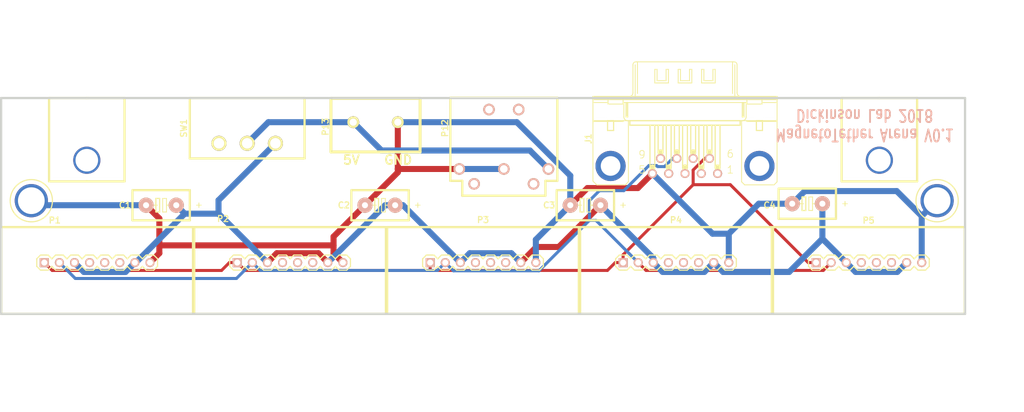
<source format=kicad_pcb>
(kicad_pcb (version 4) (host pcbnew 4.0.7-e2-6376~58~ubuntu16.04.1)

  (general
    (links 40)
    (no_connects 0)
    (area 49.670437 35.1155 226.578888 106.273601)
    (thickness 1.6002)
    (drawings 11)
    (tracks 117)
    (zones 0)
    (modules 17)
    (nets 30)
  )

  (page User 431.8 203.2)
  (title_block
    (title "Hallway Panels Arena")
    (date "4 aug 2011")
    (rev 1.0)
    (company "IO Rodeo Inc.")
  )

  (layers
    (0 Component signal)
    (31 Copper signal)
    (32 B.Adhes user)
    (33 F.Adhes user)
    (34 B.Paste user)
    (35 F.Paste user)
    (36 B.SilkS user)
    (37 F.SilkS user)
    (38 B.Mask user)
    (39 F.Mask user)
    (40 Dwgs.User user)
    (41 Cmts.User user)
    (42 Eco1.User user)
    (43 Eco2.User user)
    (44 Edge.Cuts user)
  )

  (setup
    (last_trace_width 0.508)
    (trace_clearance 0.3048)
    (zone_clearance 0.508)
    (zone_45_only no)
    (trace_min 0.2032)
    (segment_width 0.381)
    (edge_width 0.381)
    (via_size 0.889)
    (via_drill 0.635)
    (via_min_size 0.889)
    (via_min_drill 0.508)
    (uvia_size 0.508)
    (uvia_drill 0.127)
    (uvias_allowed no)
    (uvia_min_size 0.508)
    (uvia_min_drill 0.127)
    (pcb_text_width 0.3048)
    (pcb_text_size 1.524 2.032)
    (mod_edge_width 0.381)
    (mod_text_size 1.524 1.524)
    (mod_text_width 0.3048)
    (pad_size 5.08 5.08)
    (pad_drill 3.302)
    (pad_to_mask_clearance 0.254)
    (aux_axis_origin 0 0)
    (visible_elements FFFFFF7F)
    (pcbplotparams
      (layerselection 0x010f0_80000001)
      (usegerberextensions true)
      (excludeedgelayer true)
      (linewidth 0.150000)
      (plotframeref false)
      (viasonmask false)
      (mode 1)
      (useauxorigin false)
      (hpglpennumber 1)
      (hpglpenspeed 20)
      (hpglpendiameter 15)
      (hpglpenoverlay 0)
      (psnegative false)
      (psa4output false)
      (plotreference true)
      (plotvalue true)
      (plotinvisibletext false)
      (padsonsilk false)
      (subtractmaskfromsilk false)
      (outputformat 1)
      (mirror false)
      (drillshape 0)
      (scaleselection 1)
      (outputdirectory gerber_v0p1/))
  )

  (net 0 "")
  (net 1 /5V)
  (net 2 /SCL0)
  (net 3 /SDA0)
  (net 4 GND)
  (net 5 "Net-(P1-Pad4)")
  (net 6 "Net-(P1-Pad5)")
  (net 7 "Net-(P1-Pad6)")
  (net 8 "Net-(P2-Pad4)")
  (net 9 "Net-(P2-Pad5)")
  (net 10 "Net-(P2-Pad6)")
  (net 11 "Net-(P3-Pad4)")
  (net 12 "Net-(P3-Pad5)")
  (net 13 "Net-(P3-Pad6)")
  (net 14 "Net-(P4-Pad4)")
  (net 15 "Net-(P4-Pad5)")
  (net 16 "Net-(P4-Pad6)")
  (net 17 "Net-(P5-Pad4)")
  (net 18 "Net-(P5-Pad5)")
  (net 19 "Net-(P5-Pad6)")
  (net 20 "Net-(P12-Pad4)")
  (net 21 "Net-(P12-Pad5)")
  (net 22 "Net-(SW1-Pad3)")
  (net 23 /5V_Supply)
  (net 24 "Net-(J1-Pad1)")
  (net 25 "Net-(J1-Pad2)")
  (net 26 "Net-(J1-Pad3)")
  (net 27 "Net-(J1-Pad4)")
  (net 28 "Net-(J1-Pad7)")
  (net 29 "Net-(J1-Pad9)")

  (net_class Default "This is the default net class."
    (clearance 0.3048)
    (trace_width 0.508)
    (via_dia 0.889)
    (via_drill 0.635)
    (uvia_dia 0.508)
    (uvia_drill 0.127)
    (add_net /SCL0)
    (add_net /SDA0)
    (add_net "Net-(J1-Pad1)")
    (add_net "Net-(J1-Pad2)")
    (add_net "Net-(J1-Pad3)")
    (add_net "Net-(J1-Pad4)")
    (add_net "Net-(J1-Pad7)")
    (add_net "Net-(J1-Pad9)")
    (add_net "Net-(P1-Pad4)")
    (add_net "Net-(P1-Pad5)")
    (add_net "Net-(P1-Pad6)")
    (add_net "Net-(P12-Pad4)")
    (add_net "Net-(P12-Pad5)")
    (add_net "Net-(P2-Pad4)")
    (add_net "Net-(P2-Pad5)")
    (add_net "Net-(P2-Pad6)")
    (add_net "Net-(P3-Pad4)")
    (add_net "Net-(P3-Pad5)")
    (add_net "Net-(P3-Pad6)")
    (add_net "Net-(P4-Pad4)")
    (add_net "Net-(P4-Pad5)")
    (add_net "Net-(P4-Pad6)")
    (add_net "Net-(P5-Pad4)")
    (add_net "Net-(P5-Pad5)")
    (add_net "Net-(P5-Pad6)")
    (add_net "Net-(SW1-Pad3)")
  )

  (net_class Power ""
    (clearance 0.3048)
    (trace_width 1.016)
    (via_dia 0.889)
    (via_drill 0.635)
    (uvia_dia 0.508)
    (uvia_drill 0.127)
    (add_net /5V)
    (add_net /5V_Supply)
    (add_net GND)
  )

  (module planar_arena:JFRC_1X08 (layer Component) (tedit 5AA2E0C4) (tstamp 4E2F5998)
    (at 66.9544 78.486)
    (path /4E2F58D5)
    (attr virtual)
    (fp_text reference P1 (at -7.1374 -7.112) (layer F.SilkS)
      (effects (font (size 1.016 1.016) (thickness 0.2032)))
    )
    (fp_text value CONN_8 (at 0.1778 3.048) (layer F.SilkS) hide
      (effects (font (thickness 0.3048)))
    )
    (fp_line (start -16.129 8.636) (end 16.129 8.636) (layer F.SilkS) (width 0.381))
    (fp_line (start 16.129 8.636) (end 16.129 -5.969) (layer F.SilkS) (width 0.381))
    (fp_line (start 16.129 -5.969) (end -16.129 -5.969) (layer F.SilkS) (width 0.381))
    (fp_line (start -16.129 -5.969) (end -16.129 8.636) (layer F.SilkS) (width 0.381))
    (fp_line (start 5.715 -1.27) (end 6.985 -1.27) (layer F.SilkS) (width 0.2032))
    (fp_line (start 6.985 -1.27) (end 7.62 -0.635) (layer F.SilkS) (width 0.2032))
    (fp_line (start 7.62 0.635) (end 6.985 1.27) (layer F.SilkS) (width 0.2032))
    (fp_line (start 2.54 -0.635) (end 3.175 -1.27) (layer F.SilkS) (width 0.2032))
    (fp_line (start 3.175 -1.27) (end 4.445 -1.27) (layer F.SilkS) (width 0.2032))
    (fp_line (start 4.445 -1.27) (end 5.08 -0.635) (layer F.SilkS) (width 0.2032))
    (fp_line (start 5.08 0.635) (end 4.445 1.27) (layer F.SilkS) (width 0.2032))
    (fp_line (start 4.445 1.27) (end 3.175 1.27) (layer F.SilkS) (width 0.2032))
    (fp_line (start 3.175 1.27) (end 2.54 0.635) (layer F.SilkS) (width 0.2032))
    (fp_line (start 5.715 -1.27) (end 5.08 -0.635) (layer F.SilkS) (width 0.2032))
    (fp_line (start 5.08 0.635) (end 5.715 1.27) (layer F.SilkS) (width 0.2032))
    (fp_line (start 6.985 1.27) (end 5.715 1.27) (layer F.SilkS) (width 0.2032))
    (fp_line (start -1.905 -1.27) (end -0.635 -1.27) (layer F.SilkS) (width 0.2032))
    (fp_line (start -0.635 -1.27) (end 0 -0.635) (layer F.SilkS) (width 0.2032))
    (fp_line (start 0 0.635) (end -0.635 1.27) (layer F.SilkS) (width 0.2032))
    (fp_line (start 0 -0.635) (end 0.635 -1.27) (layer F.SilkS) (width 0.2032))
    (fp_line (start 0.635 -1.27) (end 1.905 -1.27) (layer F.SilkS) (width 0.2032))
    (fp_line (start 1.905 -1.27) (end 2.54 -0.635) (layer F.SilkS) (width 0.2032))
    (fp_line (start 2.54 0.635) (end 1.905 1.27) (layer F.SilkS) (width 0.2032))
    (fp_line (start 1.905 1.27) (end 0.635 1.27) (layer F.SilkS) (width 0.2032))
    (fp_line (start 0.635 1.27) (end 0 0.635) (layer F.SilkS) (width 0.2032))
    (fp_line (start -5.08 -0.635) (end -4.445 -1.27) (layer F.SilkS) (width 0.2032))
    (fp_line (start -4.445 -1.27) (end -3.175 -1.27) (layer F.SilkS) (width 0.2032))
    (fp_line (start -3.175 -1.27) (end -2.54 -0.635) (layer F.SilkS) (width 0.2032))
    (fp_line (start -2.54 0.635) (end -3.175 1.27) (layer F.SilkS) (width 0.2032))
    (fp_line (start -3.175 1.27) (end -4.445 1.27) (layer F.SilkS) (width 0.2032))
    (fp_line (start -4.445 1.27) (end -5.08 0.635) (layer F.SilkS) (width 0.2032))
    (fp_line (start -1.905 -1.27) (end -2.54 -0.635) (layer F.SilkS) (width 0.2032))
    (fp_line (start -2.54 0.635) (end -1.905 1.27) (layer F.SilkS) (width 0.2032))
    (fp_line (start -0.635 1.27) (end -1.905 1.27) (layer F.SilkS) (width 0.2032))
    (fp_line (start -9.525 -1.27) (end -8.255 -1.27) (layer F.SilkS) (width 0.2032))
    (fp_line (start -8.255 -1.27) (end -7.62 -0.635) (layer F.SilkS) (width 0.2032))
    (fp_line (start -7.62 0.635) (end -8.255 1.27) (layer F.SilkS) (width 0.2032))
    (fp_line (start -7.62 -0.635) (end -6.985 -1.27) (layer F.SilkS) (width 0.2032))
    (fp_line (start -6.985 -1.27) (end -5.715 -1.27) (layer F.SilkS) (width 0.2032))
    (fp_line (start -5.715 -1.27) (end -5.08 -0.635) (layer F.SilkS) (width 0.2032))
    (fp_line (start -5.08 0.635) (end -5.715 1.27) (layer F.SilkS) (width 0.2032))
    (fp_line (start -5.715 1.27) (end -6.985 1.27) (layer F.SilkS) (width 0.2032))
    (fp_line (start -6.985 1.27) (end -7.62 0.635) (layer F.SilkS) (width 0.2032))
    (fp_line (start -10.16 -0.635) (end -10.16 0.635) (layer F.SilkS) (width 0.2032))
    (fp_line (start -9.525 -1.27) (end -10.16 -0.635) (layer F.SilkS) (width 0.2032))
    (fp_line (start -10.16 0.635) (end -9.525 1.27) (layer F.SilkS) (width 0.2032))
    (fp_line (start -8.255 1.27) (end -9.525 1.27) (layer F.SilkS) (width 0.2032))
    (fp_line (start 8.255 -1.27) (end 9.525 -1.27) (layer F.SilkS) (width 0.2032))
    (fp_line (start 9.525 -1.27) (end 10.16 -0.635) (layer F.SilkS) (width 0.2032))
    (fp_line (start 10.16 -0.635) (end 10.16 0.635) (layer F.SilkS) (width 0.2032))
    (fp_line (start 10.16 0.635) (end 9.525 1.27) (layer F.SilkS) (width 0.2032))
    (fp_line (start 8.255 -1.27) (end 7.62 -0.635) (layer F.SilkS) (width 0.2032))
    (fp_line (start 7.62 0.635) (end 8.255 1.27) (layer F.SilkS) (width 0.2032))
    (fp_line (start 9.525 1.27) (end 8.255 1.27) (layer F.SilkS) (width 0.2032))
    (pad 1 thru_hole rect (at -8.89 0) (size 1.524 1.524) (drill 1.016) (layers *.Cu *.SilkS *.Mask)
      (net 2 /SCL0))
    (pad 2 thru_hole circle (at -6.35 0) (size 1.524 1.524) (drill 1.016) (layers *.Cu *.SilkS *.Mask)
      (net 3 /SDA0))
    (pad 3 thru_hole circle (at -3.81 0) (size 1.524 1.524) (drill 1.016) (layers *.Cu *.SilkS *.Mask)
      (net 1 /5V))
    (pad 4 thru_hole circle (at -1.27 0) (size 1.524 1.524) (drill 1.016) (layers *.Cu *.SilkS *.Mask)
      (net 5 "Net-(P1-Pad4)"))
    (pad 5 thru_hole circle (at 1.27 0) (size 1.524 1.524) (drill 1.016) (layers *.Cu *.SilkS *.Mask)
      (net 6 "Net-(P1-Pad5)"))
    (pad 6 thru_hole circle (at 3.81 0) (size 1.524 1.524) (drill 1.016) (layers *.Cu *.SilkS *.Mask)
      (net 7 "Net-(P1-Pad6)"))
    (pad 7 thru_hole circle (at 6.35 0) (size 1.524 1.524) (drill 1.016) (layers *.Cu *.SilkS *.Mask)
      (net 1 /5V))
    (pad 8 thru_hole circle (at 8.89 0) (size 1.524 1.524) (drill 1.016) (layers *.Cu *.SilkS *.Mask)
      (net 4 GND))
  )

  (module planar_arena:JFRC_1X08 (layer Component) (tedit 5AA2D9B3) (tstamp 4E2F5992)
    (at 131.877 78.486)
    (path /4E2F5996)
    (attr virtual)
    (fp_text reference P3 (at 0 -7.1882) (layer F.SilkS)
      (effects (font (size 1.016 1.016) (thickness 0.2032)))
    )
    (fp_text value CONN_8 (at 0.7366 2.667) (layer F.SilkS) hide
      (effects (font (thickness 0.3048)))
    )
    (fp_line (start -16.129 8.636) (end 16.129 8.636) (layer F.SilkS) (width 0.381))
    (fp_line (start 16.129 8.636) (end 16.129 -5.969) (layer F.SilkS) (width 0.381))
    (fp_line (start 16.129 -5.969) (end -16.129 -5.969) (layer F.SilkS) (width 0.381))
    (fp_line (start -16.129 -5.969) (end -16.129 8.636) (layer F.SilkS) (width 0.381))
    (fp_line (start 5.715 -1.27) (end 6.985 -1.27) (layer F.SilkS) (width 0.2032))
    (fp_line (start 6.985 -1.27) (end 7.62 -0.635) (layer F.SilkS) (width 0.2032))
    (fp_line (start 7.62 0.635) (end 6.985 1.27) (layer F.SilkS) (width 0.2032))
    (fp_line (start 2.54 -0.635) (end 3.175 -1.27) (layer F.SilkS) (width 0.2032))
    (fp_line (start 3.175 -1.27) (end 4.445 -1.27) (layer F.SilkS) (width 0.2032))
    (fp_line (start 4.445 -1.27) (end 5.08 -0.635) (layer F.SilkS) (width 0.2032))
    (fp_line (start 5.08 0.635) (end 4.445 1.27) (layer F.SilkS) (width 0.2032))
    (fp_line (start 4.445 1.27) (end 3.175 1.27) (layer F.SilkS) (width 0.2032))
    (fp_line (start 3.175 1.27) (end 2.54 0.635) (layer F.SilkS) (width 0.2032))
    (fp_line (start 5.715 -1.27) (end 5.08 -0.635) (layer F.SilkS) (width 0.2032))
    (fp_line (start 5.08 0.635) (end 5.715 1.27) (layer F.SilkS) (width 0.2032))
    (fp_line (start 6.985 1.27) (end 5.715 1.27) (layer F.SilkS) (width 0.2032))
    (fp_line (start -1.905 -1.27) (end -0.635 -1.27) (layer F.SilkS) (width 0.2032))
    (fp_line (start -0.635 -1.27) (end 0 -0.635) (layer F.SilkS) (width 0.2032))
    (fp_line (start 0 0.635) (end -0.635 1.27) (layer F.SilkS) (width 0.2032))
    (fp_line (start 0 -0.635) (end 0.635 -1.27) (layer F.SilkS) (width 0.2032))
    (fp_line (start 0.635 -1.27) (end 1.905 -1.27) (layer F.SilkS) (width 0.2032))
    (fp_line (start 1.905 -1.27) (end 2.54 -0.635) (layer F.SilkS) (width 0.2032))
    (fp_line (start 2.54 0.635) (end 1.905 1.27) (layer F.SilkS) (width 0.2032))
    (fp_line (start 1.905 1.27) (end 0.635 1.27) (layer F.SilkS) (width 0.2032))
    (fp_line (start 0.635 1.27) (end 0 0.635) (layer F.SilkS) (width 0.2032))
    (fp_line (start -5.08 -0.635) (end -4.445 -1.27) (layer F.SilkS) (width 0.2032))
    (fp_line (start -4.445 -1.27) (end -3.175 -1.27) (layer F.SilkS) (width 0.2032))
    (fp_line (start -3.175 -1.27) (end -2.54 -0.635) (layer F.SilkS) (width 0.2032))
    (fp_line (start -2.54 0.635) (end -3.175 1.27) (layer F.SilkS) (width 0.2032))
    (fp_line (start -3.175 1.27) (end -4.445 1.27) (layer F.SilkS) (width 0.2032))
    (fp_line (start -4.445 1.27) (end -5.08 0.635) (layer F.SilkS) (width 0.2032))
    (fp_line (start -1.905 -1.27) (end -2.54 -0.635) (layer F.SilkS) (width 0.2032))
    (fp_line (start -2.54 0.635) (end -1.905 1.27) (layer F.SilkS) (width 0.2032))
    (fp_line (start -0.635 1.27) (end -1.905 1.27) (layer F.SilkS) (width 0.2032))
    (fp_line (start -9.525 -1.27) (end -8.255 -1.27) (layer F.SilkS) (width 0.2032))
    (fp_line (start -8.255 -1.27) (end -7.62 -0.635) (layer F.SilkS) (width 0.2032))
    (fp_line (start -7.62 0.635) (end -8.255 1.27) (layer F.SilkS) (width 0.2032))
    (fp_line (start -7.62 -0.635) (end -6.985 -1.27) (layer F.SilkS) (width 0.2032))
    (fp_line (start -6.985 -1.27) (end -5.715 -1.27) (layer F.SilkS) (width 0.2032))
    (fp_line (start -5.715 -1.27) (end -5.08 -0.635) (layer F.SilkS) (width 0.2032))
    (fp_line (start -5.08 0.635) (end -5.715 1.27) (layer F.SilkS) (width 0.2032))
    (fp_line (start -5.715 1.27) (end -6.985 1.27) (layer F.SilkS) (width 0.2032))
    (fp_line (start -6.985 1.27) (end -7.62 0.635) (layer F.SilkS) (width 0.2032))
    (fp_line (start -10.16 -0.635) (end -10.16 0.635) (layer F.SilkS) (width 0.2032))
    (fp_line (start -9.525 -1.27) (end -10.16 -0.635) (layer F.SilkS) (width 0.2032))
    (fp_line (start -10.16 0.635) (end -9.525 1.27) (layer F.SilkS) (width 0.2032))
    (fp_line (start -8.255 1.27) (end -9.525 1.27) (layer F.SilkS) (width 0.2032))
    (fp_line (start 8.255 -1.27) (end 9.525 -1.27) (layer F.SilkS) (width 0.2032))
    (fp_line (start 9.525 -1.27) (end 10.16 -0.635) (layer F.SilkS) (width 0.2032))
    (fp_line (start 10.16 -0.635) (end 10.16 0.635) (layer F.SilkS) (width 0.2032))
    (fp_line (start 10.16 0.635) (end 9.525 1.27) (layer F.SilkS) (width 0.2032))
    (fp_line (start 8.255 -1.27) (end 7.62 -0.635) (layer F.SilkS) (width 0.2032))
    (fp_line (start 7.62 0.635) (end 8.255 1.27) (layer F.SilkS) (width 0.2032))
    (fp_line (start 9.525 1.27) (end 8.255 1.27) (layer F.SilkS) (width 0.2032))
    (pad 1 thru_hole rect (at -8.89 0) (size 1.524 1.524) (drill 1.016) (layers *.Cu *.SilkS *.Mask)
      (net 2 /SCL0))
    (pad 2 thru_hole circle (at -6.35 0) (size 1.524 1.524) (drill 1.016) (layers *.Cu *.SilkS *.Mask)
      (net 3 /SDA0))
    (pad 3 thru_hole circle (at -3.81 0) (size 1.524 1.524) (drill 1.016) (layers *.Cu *.SilkS *.Mask)
      (net 1 /5V))
    (pad 4 thru_hole circle (at -1.27 0) (size 1.524 1.524) (drill 1.016) (layers *.Cu *.SilkS *.Mask)
      (net 11 "Net-(P3-Pad4)"))
    (pad 5 thru_hole circle (at 1.27 0) (size 1.524 1.524) (drill 1.016) (layers *.Cu *.SilkS *.Mask)
      (net 12 "Net-(P3-Pad5)"))
    (pad 6 thru_hole circle (at 3.81 0) (size 1.524 1.524) (drill 1.016) (layers *.Cu *.SilkS *.Mask)
      (net 13 "Net-(P3-Pad6)"))
    (pad 7 thru_hole circle (at 6.35 0) (size 1.524 1.524) (drill 1.016) (layers *.Cu *.SilkS *.Mask)
      (net 1 /5V))
    (pad 8 thru_hole circle (at 8.89 0) (size 1.524 1.524) (drill 1.016) (layers *.Cu *.SilkS *.Mask)
      (net 4 GND))
  )

  (module planar_arena:JFRC_1X08 (layer Component) (tedit 5AA2D9E2) (tstamp 4E2F59A0)
    (at 196.799 78.486)
    (path /4E2F597F)
    (attr virtual)
    (fp_text reference P5 (at -0.0508 -7.0866) (layer F.SilkS)
      (effects (font (size 1.016 1.016) (thickness 0.2032)))
    )
    (fp_text value CONN_8 (at 1.143 2.4892) (layer F.SilkS) hide
      (effects (font (thickness 0.3048)))
    )
    (fp_line (start -16.129 8.636) (end 16.129 8.636) (layer F.SilkS) (width 0.381))
    (fp_line (start 16.129 8.636) (end 16.129 -5.969) (layer F.SilkS) (width 0.381))
    (fp_line (start 16.129 -5.969) (end -16.129 -5.969) (layer F.SilkS) (width 0.381))
    (fp_line (start -16.129 -5.969) (end -16.129 8.636) (layer F.SilkS) (width 0.381))
    (fp_line (start 5.715 -1.27) (end 6.985 -1.27) (layer F.SilkS) (width 0.2032))
    (fp_line (start 6.985 -1.27) (end 7.62 -0.635) (layer F.SilkS) (width 0.2032))
    (fp_line (start 7.62 0.635) (end 6.985 1.27) (layer F.SilkS) (width 0.2032))
    (fp_line (start 2.54 -0.635) (end 3.175 -1.27) (layer F.SilkS) (width 0.2032))
    (fp_line (start 3.175 -1.27) (end 4.445 -1.27) (layer F.SilkS) (width 0.2032))
    (fp_line (start 4.445 -1.27) (end 5.08 -0.635) (layer F.SilkS) (width 0.2032))
    (fp_line (start 5.08 0.635) (end 4.445 1.27) (layer F.SilkS) (width 0.2032))
    (fp_line (start 4.445 1.27) (end 3.175 1.27) (layer F.SilkS) (width 0.2032))
    (fp_line (start 3.175 1.27) (end 2.54 0.635) (layer F.SilkS) (width 0.2032))
    (fp_line (start 5.715 -1.27) (end 5.08 -0.635) (layer F.SilkS) (width 0.2032))
    (fp_line (start 5.08 0.635) (end 5.715 1.27) (layer F.SilkS) (width 0.2032))
    (fp_line (start 6.985 1.27) (end 5.715 1.27) (layer F.SilkS) (width 0.2032))
    (fp_line (start -1.905 -1.27) (end -0.635 -1.27) (layer F.SilkS) (width 0.2032))
    (fp_line (start -0.635 -1.27) (end 0 -0.635) (layer F.SilkS) (width 0.2032))
    (fp_line (start 0 0.635) (end -0.635 1.27) (layer F.SilkS) (width 0.2032))
    (fp_line (start 0 -0.635) (end 0.635 -1.27) (layer F.SilkS) (width 0.2032))
    (fp_line (start 0.635 -1.27) (end 1.905 -1.27) (layer F.SilkS) (width 0.2032))
    (fp_line (start 1.905 -1.27) (end 2.54 -0.635) (layer F.SilkS) (width 0.2032))
    (fp_line (start 2.54 0.635) (end 1.905 1.27) (layer F.SilkS) (width 0.2032))
    (fp_line (start 1.905 1.27) (end 0.635 1.27) (layer F.SilkS) (width 0.2032))
    (fp_line (start 0.635 1.27) (end 0 0.635) (layer F.SilkS) (width 0.2032))
    (fp_line (start -5.08 -0.635) (end -4.445 -1.27) (layer F.SilkS) (width 0.2032))
    (fp_line (start -4.445 -1.27) (end -3.175 -1.27) (layer F.SilkS) (width 0.2032))
    (fp_line (start -3.175 -1.27) (end -2.54 -0.635) (layer F.SilkS) (width 0.2032))
    (fp_line (start -2.54 0.635) (end -3.175 1.27) (layer F.SilkS) (width 0.2032))
    (fp_line (start -3.175 1.27) (end -4.445 1.27) (layer F.SilkS) (width 0.2032))
    (fp_line (start -4.445 1.27) (end -5.08 0.635) (layer F.SilkS) (width 0.2032))
    (fp_line (start -1.905 -1.27) (end -2.54 -0.635) (layer F.SilkS) (width 0.2032))
    (fp_line (start -2.54 0.635) (end -1.905 1.27) (layer F.SilkS) (width 0.2032))
    (fp_line (start -0.635 1.27) (end -1.905 1.27) (layer F.SilkS) (width 0.2032))
    (fp_line (start -9.525 -1.27) (end -8.255 -1.27) (layer F.SilkS) (width 0.2032))
    (fp_line (start -8.255 -1.27) (end -7.62 -0.635) (layer F.SilkS) (width 0.2032))
    (fp_line (start -7.62 0.635) (end -8.255 1.27) (layer F.SilkS) (width 0.2032))
    (fp_line (start -7.62 -0.635) (end -6.985 -1.27) (layer F.SilkS) (width 0.2032))
    (fp_line (start -6.985 -1.27) (end -5.715 -1.27) (layer F.SilkS) (width 0.2032))
    (fp_line (start -5.715 -1.27) (end -5.08 -0.635) (layer F.SilkS) (width 0.2032))
    (fp_line (start -5.08 0.635) (end -5.715 1.27) (layer F.SilkS) (width 0.2032))
    (fp_line (start -5.715 1.27) (end -6.985 1.27) (layer F.SilkS) (width 0.2032))
    (fp_line (start -6.985 1.27) (end -7.62 0.635) (layer F.SilkS) (width 0.2032))
    (fp_line (start -10.16 -0.635) (end -10.16 0.635) (layer F.SilkS) (width 0.2032))
    (fp_line (start -9.525 -1.27) (end -10.16 -0.635) (layer F.SilkS) (width 0.2032))
    (fp_line (start -10.16 0.635) (end -9.525 1.27) (layer F.SilkS) (width 0.2032))
    (fp_line (start -8.255 1.27) (end -9.525 1.27) (layer F.SilkS) (width 0.2032))
    (fp_line (start 8.255 -1.27) (end 9.525 -1.27) (layer F.SilkS) (width 0.2032))
    (fp_line (start 9.525 -1.27) (end 10.16 -0.635) (layer F.SilkS) (width 0.2032))
    (fp_line (start 10.16 -0.635) (end 10.16 0.635) (layer F.SilkS) (width 0.2032))
    (fp_line (start 10.16 0.635) (end 9.525 1.27) (layer F.SilkS) (width 0.2032))
    (fp_line (start 8.255 -1.27) (end 7.62 -0.635) (layer F.SilkS) (width 0.2032))
    (fp_line (start 7.62 0.635) (end 8.255 1.27) (layer F.SilkS) (width 0.2032))
    (fp_line (start 9.525 1.27) (end 8.255 1.27) (layer F.SilkS) (width 0.2032))
    (pad 1 thru_hole rect (at -8.89 0) (size 1.524 1.524) (drill 1.016) (layers *.Cu *.SilkS *.Mask)
      (net 2 /SCL0))
    (pad 2 thru_hole circle (at -6.35 0) (size 1.524 1.524) (drill 1.016) (layers *.Cu *.SilkS *.Mask)
      (net 3 /SDA0))
    (pad 3 thru_hole circle (at -3.81 0) (size 1.524 1.524) (drill 1.016) (layers *.Cu *.SilkS *.Mask)
      (net 1 /5V))
    (pad 4 thru_hole circle (at -1.27 0) (size 1.524 1.524) (drill 1.016) (layers *.Cu *.SilkS *.Mask)
      (net 17 "Net-(P5-Pad4)"))
    (pad 5 thru_hole circle (at 1.27 0) (size 1.524 1.524) (drill 1.016) (layers *.Cu *.SilkS *.Mask)
      (net 18 "Net-(P5-Pad5)"))
    (pad 6 thru_hole circle (at 3.81 0) (size 1.524 1.524) (drill 1.016) (layers *.Cu *.SilkS *.Mask)
      (net 19 "Net-(P5-Pad6)"))
    (pad 7 thru_hole circle (at 6.35 0) (size 1.524 1.524) (drill 1.016) (layers *.Cu *.SilkS *.Mask)
      (net 1 /5V))
    (pad 8 thru_hole circle (at 8.89 0) (size 1.524 1.524) (drill 1.016) (layers *.Cu *.SilkS *.Mask)
      (net 4 GND))
  )

  (module planar_arena:JFRC_1X08 (layer Component) (tedit 5AA2D9D1) (tstamp 4E2F5996)
    (at 164.338 78.486)
    (path /4E2F59A0)
    (attr virtual)
    (fp_text reference P4 (at 0 -7.1628) (layer F.SilkS)
      (effects (font (size 1.016 1.016) (thickness 0.2032)))
    )
    (fp_text value CONN_8 (at 0.8128 2.4892) (layer F.SilkS) hide
      (effects (font (thickness 0.3048)))
    )
    (fp_line (start -16.129 8.636) (end 16.129 8.636) (layer F.SilkS) (width 0.381))
    (fp_line (start 16.129 8.636) (end 16.129 -5.969) (layer F.SilkS) (width 0.381))
    (fp_line (start 16.129 -5.969) (end -16.129 -5.969) (layer F.SilkS) (width 0.381))
    (fp_line (start -16.129 -5.969) (end -16.129 8.636) (layer F.SilkS) (width 0.381))
    (fp_line (start 5.715 -1.27) (end 6.985 -1.27) (layer F.SilkS) (width 0.2032))
    (fp_line (start 6.985 -1.27) (end 7.62 -0.635) (layer F.SilkS) (width 0.2032))
    (fp_line (start 7.62 0.635) (end 6.985 1.27) (layer F.SilkS) (width 0.2032))
    (fp_line (start 2.54 -0.635) (end 3.175 -1.27) (layer F.SilkS) (width 0.2032))
    (fp_line (start 3.175 -1.27) (end 4.445 -1.27) (layer F.SilkS) (width 0.2032))
    (fp_line (start 4.445 -1.27) (end 5.08 -0.635) (layer F.SilkS) (width 0.2032))
    (fp_line (start 5.08 0.635) (end 4.445 1.27) (layer F.SilkS) (width 0.2032))
    (fp_line (start 4.445 1.27) (end 3.175 1.27) (layer F.SilkS) (width 0.2032))
    (fp_line (start 3.175 1.27) (end 2.54 0.635) (layer F.SilkS) (width 0.2032))
    (fp_line (start 5.715 -1.27) (end 5.08 -0.635) (layer F.SilkS) (width 0.2032))
    (fp_line (start 5.08 0.635) (end 5.715 1.27) (layer F.SilkS) (width 0.2032))
    (fp_line (start 6.985 1.27) (end 5.715 1.27) (layer F.SilkS) (width 0.2032))
    (fp_line (start -1.905 -1.27) (end -0.635 -1.27) (layer F.SilkS) (width 0.2032))
    (fp_line (start -0.635 -1.27) (end 0 -0.635) (layer F.SilkS) (width 0.2032))
    (fp_line (start 0 0.635) (end -0.635 1.27) (layer F.SilkS) (width 0.2032))
    (fp_line (start 0 -0.635) (end 0.635 -1.27) (layer F.SilkS) (width 0.2032))
    (fp_line (start 0.635 -1.27) (end 1.905 -1.27) (layer F.SilkS) (width 0.2032))
    (fp_line (start 1.905 -1.27) (end 2.54 -0.635) (layer F.SilkS) (width 0.2032))
    (fp_line (start 2.54 0.635) (end 1.905 1.27) (layer F.SilkS) (width 0.2032))
    (fp_line (start 1.905 1.27) (end 0.635 1.27) (layer F.SilkS) (width 0.2032))
    (fp_line (start 0.635 1.27) (end 0 0.635) (layer F.SilkS) (width 0.2032))
    (fp_line (start -5.08 -0.635) (end -4.445 -1.27) (layer F.SilkS) (width 0.2032))
    (fp_line (start -4.445 -1.27) (end -3.175 -1.27) (layer F.SilkS) (width 0.2032))
    (fp_line (start -3.175 -1.27) (end -2.54 -0.635) (layer F.SilkS) (width 0.2032))
    (fp_line (start -2.54 0.635) (end -3.175 1.27) (layer F.SilkS) (width 0.2032))
    (fp_line (start -3.175 1.27) (end -4.445 1.27) (layer F.SilkS) (width 0.2032))
    (fp_line (start -4.445 1.27) (end -5.08 0.635) (layer F.SilkS) (width 0.2032))
    (fp_line (start -1.905 -1.27) (end -2.54 -0.635) (layer F.SilkS) (width 0.2032))
    (fp_line (start -2.54 0.635) (end -1.905 1.27) (layer F.SilkS) (width 0.2032))
    (fp_line (start -0.635 1.27) (end -1.905 1.27) (layer F.SilkS) (width 0.2032))
    (fp_line (start -9.525 -1.27) (end -8.255 -1.27) (layer F.SilkS) (width 0.2032))
    (fp_line (start -8.255 -1.27) (end -7.62 -0.635) (layer F.SilkS) (width 0.2032))
    (fp_line (start -7.62 0.635) (end -8.255 1.27) (layer F.SilkS) (width 0.2032))
    (fp_line (start -7.62 -0.635) (end -6.985 -1.27) (layer F.SilkS) (width 0.2032))
    (fp_line (start -6.985 -1.27) (end -5.715 -1.27) (layer F.SilkS) (width 0.2032))
    (fp_line (start -5.715 -1.27) (end -5.08 -0.635) (layer F.SilkS) (width 0.2032))
    (fp_line (start -5.08 0.635) (end -5.715 1.27) (layer F.SilkS) (width 0.2032))
    (fp_line (start -5.715 1.27) (end -6.985 1.27) (layer F.SilkS) (width 0.2032))
    (fp_line (start -6.985 1.27) (end -7.62 0.635) (layer F.SilkS) (width 0.2032))
    (fp_line (start -10.16 -0.635) (end -10.16 0.635) (layer F.SilkS) (width 0.2032))
    (fp_line (start -9.525 -1.27) (end -10.16 -0.635) (layer F.SilkS) (width 0.2032))
    (fp_line (start -10.16 0.635) (end -9.525 1.27) (layer F.SilkS) (width 0.2032))
    (fp_line (start -8.255 1.27) (end -9.525 1.27) (layer F.SilkS) (width 0.2032))
    (fp_line (start 8.255 -1.27) (end 9.525 -1.27) (layer F.SilkS) (width 0.2032))
    (fp_line (start 9.525 -1.27) (end 10.16 -0.635) (layer F.SilkS) (width 0.2032))
    (fp_line (start 10.16 -0.635) (end 10.16 0.635) (layer F.SilkS) (width 0.2032))
    (fp_line (start 10.16 0.635) (end 9.525 1.27) (layer F.SilkS) (width 0.2032))
    (fp_line (start 8.255 -1.27) (end 7.62 -0.635) (layer F.SilkS) (width 0.2032))
    (fp_line (start 7.62 0.635) (end 8.255 1.27) (layer F.SilkS) (width 0.2032))
    (fp_line (start 9.525 1.27) (end 8.255 1.27) (layer F.SilkS) (width 0.2032))
    (pad 1 thru_hole rect (at -8.89 0) (size 1.524 1.524) (drill 1.016) (layers *.Cu *.SilkS *.Mask)
      (net 2 /SCL0))
    (pad 2 thru_hole circle (at -6.35 0) (size 1.524 1.524) (drill 1.016) (layers *.Cu *.SilkS *.Mask)
      (net 3 /SDA0))
    (pad 3 thru_hole circle (at -3.81 0) (size 1.524 1.524) (drill 1.016) (layers *.Cu *.SilkS *.Mask)
      (net 1 /5V))
    (pad 4 thru_hole circle (at -1.27 0) (size 1.524 1.524) (drill 1.016) (layers *.Cu *.SilkS *.Mask)
      (net 14 "Net-(P4-Pad4)"))
    (pad 5 thru_hole circle (at 1.27 0) (size 1.524 1.524) (drill 1.016) (layers *.Cu *.SilkS *.Mask)
      (net 15 "Net-(P4-Pad5)"))
    (pad 6 thru_hole circle (at 3.81 0) (size 1.524 1.524) (drill 1.016) (layers *.Cu *.SilkS *.Mask)
      (net 16 "Net-(P4-Pad6)"))
    (pad 7 thru_hole circle (at 6.35 0) (size 1.524 1.524) (drill 1.016) (layers *.Cu *.SilkS *.Mask)
      (net 1 /5V))
    (pad 8 thru_hole circle (at 8.89 0) (size 1.524 1.524) (drill 1.016) (layers *.Cu *.SilkS *.Mask)
      (net 4 GND))
  )

  (module planar_arena:JFRC_1X08 (layer Component) (tedit 5AA2E0C8) (tstamp 4E2F5990)
    (at 99.4156 78.486)
    (path /4E2F5990)
    (attr virtual)
    (fp_text reference P2 (at -11.2776 -7.366) (layer F.SilkS)
      (effects (font (size 1.016 1.016) (thickness 0.2032)))
    )
    (fp_text value CONN_8 (at 0.8382 2.7686) (layer F.SilkS) hide
      (effects (font (thickness 0.3048)))
    )
    (fp_line (start -16.129 8.636) (end 16.129 8.636) (layer F.SilkS) (width 0.381))
    (fp_line (start 16.129 8.636) (end 16.129 -5.969) (layer F.SilkS) (width 0.381))
    (fp_line (start 16.129 -5.969) (end -16.129 -5.969) (layer F.SilkS) (width 0.381))
    (fp_line (start -16.129 -5.969) (end -16.129 8.636) (layer F.SilkS) (width 0.381))
    (fp_line (start 5.715 -1.27) (end 6.985 -1.27) (layer F.SilkS) (width 0.2032))
    (fp_line (start 6.985 -1.27) (end 7.62 -0.635) (layer F.SilkS) (width 0.2032))
    (fp_line (start 7.62 0.635) (end 6.985 1.27) (layer F.SilkS) (width 0.2032))
    (fp_line (start 2.54 -0.635) (end 3.175 -1.27) (layer F.SilkS) (width 0.2032))
    (fp_line (start 3.175 -1.27) (end 4.445 -1.27) (layer F.SilkS) (width 0.2032))
    (fp_line (start 4.445 -1.27) (end 5.08 -0.635) (layer F.SilkS) (width 0.2032))
    (fp_line (start 5.08 0.635) (end 4.445 1.27) (layer F.SilkS) (width 0.2032))
    (fp_line (start 4.445 1.27) (end 3.175 1.27) (layer F.SilkS) (width 0.2032))
    (fp_line (start 3.175 1.27) (end 2.54 0.635) (layer F.SilkS) (width 0.2032))
    (fp_line (start 5.715 -1.27) (end 5.08 -0.635) (layer F.SilkS) (width 0.2032))
    (fp_line (start 5.08 0.635) (end 5.715 1.27) (layer F.SilkS) (width 0.2032))
    (fp_line (start 6.985 1.27) (end 5.715 1.27) (layer F.SilkS) (width 0.2032))
    (fp_line (start -1.905 -1.27) (end -0.635 -1.27) (layer F.SilkS) (width 0.2032))
    (fp_line (start -0.635 -1.27) (end 0 -0.635) (layer F.SilkS) (width 0.2032))
    (fp_line (start 0 0.635) (end -0.635 1.27) (layer F.SilkS) (width 0.2032))
    (fp_line (start 0 -0.635) (end 0.635 -1.27) (layer F.SilkS) (width 0.2032))
    (fp_line (start 0.635 -1.27) (end 1.905 -1.27) (layer F.SilkS) (width 0.2032))
    (fp_line (start 1.905 -1.27) (end 2.54 -0.635) (layer F.SilkS) (width 0.2032))
    (fp_line (start 2.54 0.635) (end 1.905 1.27) (layer F.SilkS) (width 0.2032))
    (fp_line (start 1.905 1.27) (end 0.635 1.27) (layer F.SilkS) (width 0.2032))
    (fp_line (start 0.635 1.27) (end 0 0.635) (layer F.SilkS) (width 0.2032))
    (fp_line (start -5.08 -0.635) (end -4.445 -1.27) (layer F.SilkS) (width 0.2032))
    (fp_line (start -4.445 -1.27) (end -3.175 -1.27) (layer F.SilkS) (width 0.2032))
    (fp_line (start -3.175 -1.27) (end -2.54 -0.635) (layer F.SilkS) (width 0.2032))
    (fp_line (start -2.54 0.635) (end -3.175 1.27) (layer F.SilkS) (width 0.2032))
    (fp_line (start -3.175 1.27) (end -4.445 1.27) (layer F.SilkS) (width 0.2032))
    (fp_line (start -4.445 1.27) (end -5.08 0.635) (layer F.SilkS) (width 0.2032))
    (fp_line (start -1.905 -1.27) (end -2.54 -0.635) (layer F.SilkS) (width 0.2032))
    (fp_line (start -2.54 0.635) (end -1.905 1.27) (layer F.SilkS) (width 0.2032))
    (fp_line (start -0.635 1.27) (end -1.905 1.27) (layer F.SilkS) (width 0.2032))
    (fp_line (start -9.525 -1.27) (end -8.255 -1.27) (layer F.SilkS) (width 0.2032))
    (fp_line (start -8.255 -1.27) (end -7.62 -0.635) (layer F.SilkS) (width 0.2032))
    (fp_line (start -7.62 0.635) (end -8.255 1.27) (layer F.SilkS) (width 0.2032))
    (fp_line (start -7.62 -0.635) (end -6.985 -1.27) (layer F.SilkS) (width 0.2032))
    (fp_line (start -6.985 -1.27) (end -5.715 -1.27) (layer F.SilkS) (width 0.2032))
    (fp_line (start -5.715 -1.27) (end -5.08 -0.635) (layer F.SilkS) (width 0.2032))
    (fp_line (start -5.08 0.635) (end -5.715 1.27) (layer F.SilkS) (width 0.2032))
    (fp_line (start -5.715 1.27) (end -6.985 1.27) (layer F.SilkS) (width 0.2032))
    (fp_line (start -6.985 1.27) (end -7.62 0.635) (layer F.SilkS) (width 0.2032))
    (fp_line (start -10.16 -0.635) (end -10.16 0.635) (layer F.SilkS) (width 0.2032))
    (fp_line (start -9.525 -1.27) (end -10.16 -0.635) (layer F.SilkS) (width 0.2032))
    (fp_line (start -10.16 0.635) (end -9.525 1.27) (layer F.SilkS) (width 0.2032))
    (fp_line (start -8.255 1.27) (end -9.525 1.27) (layer F.SilkS) (width 0.2032))
    (fp_line (start 8.255 -1.27) (end 9.525 -1.27) (layer F.SilkS) (width 0.2032))
    (fp_line (start 9.525 -1.27) (end 10.16 -0.635) (layer F.SilkS) (width 0.2032))
    (fp_line (start 10.16 -0.635) (end 10.16 0.635) (layer F.SilkS) (width 0.2032))
    (fp_line (start 10.16 0.635) (end 9.525 1.27) (layer F.SilkS) (width 0.2032))
    (fp_line (start 8.255 -1.27) (end 7.62 -0.635) (layer F.SilkS) (width 0.2032))
    (fp_line (start 7.62 0.635) (end 8.255 1.27) (layer F.SilkS) (width 0.2032))
    (fp_line (start 9.525 1.27) (end 8.255 1.27) (layer F.SilkS) (width 0.2032))
    (pad 1 thru_hole rect (at -8.89 0) (size 1.524 1.524) (drill 1.016) (layers *.Cu *.SilkS *.Mask)
      (net 2 /SCL0))
    (pad 2 thru_hole circle (at -6.35 0) (size 1.524 1.524) (drill 1.016) (layers *.Cu *.SilkS *.Mask)
      (net 3 /SDA0))
    (pad 3 thru_hole circle (at -3.81 0) (size 1.524 1.524) (drill 1.016) (layers *.Cu *.SilkS *.Mask)
      (net 1 /5V))
    (pad 4 thru_hole circle (at -1.27 0) (size 1.524 1.524) (drill 1.016) (layers *.Cu *.SilkS *.Mask)
      (net 8 "Net-(P2-Pad4)"))
    (pad 5 thru_hole circle (at 1.27 0) (size 1.524 1.524) (drill 1.016) (layers *.Cu *.SilkS *.Mask)
      (net 9 "Net-(P2-Pad5)"))
    (pad 6 thru_hole circle (at 3.81 0) (size 1.524 1.524) (drill 1.016) (layers *.Cu *.SilkS *.Mask)
      (net 10 "Net-(P2-Pad6)"))
    (pad 7 thru_hole circle (at 6.35 0) (size 1.524 1.524) (drill 1.016) (layers *.Cu *.SilkS *.Mask)
      (net 1 /5V))
    (pad 8 thru_hole circle (at 8.89 0) (size 1.524 1.524) (drill 1.016) (layers *.Cu *.SilkS *.Mask)
      (net 4 GND))
  )

  (module planar_arena:DB9_M09 (layer Component) (tedit 5AA30F51) (tstamp 5AA09D5B)
    (at 165.862 62.23 180)
    (descr SUB-D)
    (tags SUB-D)
    (path /4E2F5712)
    (attr virtual)
    (fp_text reference J1 (at 16.256 4.572 270) (layer F.SilkS)
      (effects (font (size 1.016 1.016) (thickness 0.2032)))
    )
    (fp_text value DB9 (at -12.446 -5.08 180) (layer F.SilkS) hide
      (effects (font (thickness 0.3048)))
    )
    (fp_line (start 9.652 10.668) (end 9.906 10.668) (layer F.SilkS) (width 0.2032))
    (fp_line (start 9.906 10.668) (end 9.906 8.255) (layer F.SilkS) (width 0.2032))
    (fp_line (start 9.652 8.255) (end 9.906 8.255) (layer F.SilkS) (width 0.2032))
    (fp_line (start 9.652 10.668) (end 9.652 8.255) (layer F.SilkS) (width 0.2032))
    (fp_line (start -9.906 10.668) (end -9.652 10.668) (layer F.SilkS) (width 0.2032))
    (fp_line (start -9.652 10.668) (end -9.652 8.255) (layer F.SilkS) (width 0.2032))
    (fp_line (start -9.906 8.255) (end -9.652 8.255) (layer F.SilkS) (width 0.2032))
    (fp_line (start -9.906 10.668) (end -9.906 8.255) (layer F.SilkS) (width 0.2032))
    (fp_line (start 12.0142 7.62) (end 13.0302 7.62) (layer F.SilkS) (width 0.2032))
    (fp_line (start 13.0302 7.62) (end 13.0302 5.969) (layer F.SilkS) (width 0.2032))
    (fp_line (start 12.0142 5.969) (end 13.0302 5.969) (layer F.SilkS) (width 0.2032))
    (fp_line (start 12.0142 7.62) (end 12.0142 5.969) (layer F.SilkS) (width 0.2032))
    (fp_line (start -13.0302 7.62) (end -12.0142 7.62) (layer F.SilkS) (width 0.2032))
    (fp_line (start -12.0142 7.62) (end -12.0142 5.969) (layer F.SilkS) (width 0.2032))
    (fp_line (start -13.0302 5.969) (end -12.0142 5.969) (layer F.SilkS) (width 0.2032))
    (fp_line (start -13.0302 7.62) (end -13.0302 5.969) (layer F.SilkS) (width 0.2032))
    (fp_line (start -9.271 7.62) (end 9.271 7.62) (layer F.SilkS) (width 0.2032))
    (fp_line (start 9.271 7.62) (end 9.271 6.858) (layer F.SilkS) (width 0.2032))
    (fp_line (start -9.271 6.858) (end 9.271 6.858) (layer F.SilkS) (width 0.2032))
    (fp_line (start -9.271 7.62) (end -9.271 6.858) (layer F.SilkS) (width 0.2032))
    (fp_line (start -15.494 11.684) (end 15.494 11.684) (layer F.SilkS) (width 0.2032))
    (fp_line (start 15.494 11.684) (end 15.494 11.176) (layer F.SilkS) (width 0.2032))
    (fp_line (start -15.494 11.176) (end 15.494 11.176) (layer F.SilkS) (width 0.2032))
    (fp_line (start -15.494 11.684) (end -15.494 11.176) (layer F.SilkS) (width 0.2032))
    (fp_line (start -5.8928 6.858) (end -5.08 6.858) (layer F.SilkS) (width 0.2032))
    (fp_line (start -5.08 6.858) (end -5.08 -0.381) (layer F.SilkS) (width 0.2032))
    (fp_line (start -5.8928 -0.381) (end -5.08 -0.381) (layer F.SilkS) (width 0.2032))
    (fp_line (start -5.8928 6.858) (end -5.8928 -0.381) (layer F.SilkS) (width 0.2032))
    (fp_line (start -4.5212 6.858) (end -3.7084 6.858) (layer F.SilkS) (width 0.2032))
    (fp_line (start -3.7084 6.858) (end -3.7084 2.159) (layer F.SilkS) (width 0.2032))
    (fp_line (start -4.5212 2.159) (end -3.7084 2.159) (layer F.SilkS) (width 0.2032))
    (fp_line (start -4.5212 6.858) (end -4.5212 2.159) (layer F.SilkS) (width 0.2032))
    (fp_line (start -3.1496 6.858) (end -2.3368 6.858) (layer F.SilkS) (width 0.2032))
    (fp_line (start -2.3368 6.858) (end -2.3368 -0.381) (layer F.SilkS) (width 0.2032))
    (fp_line (start -3.1496 -0.381) (end -2.3368 -0.381) (layer F.SilkS) (width 0.2032))
    (fp_line (start -3.1496 6.858) (end -3.1496 -0.381) (layer F.SilkS) (width 0.2032))
    (fp_line (start -1.778 6.858) (end -0.9652 6.858) (layer F.SilkS) (width 0.2032))
    (fp_line (start -0.9652 6.858) (end -0.9652 2.159) (layer F.SilkS) (width 0.2032))
    (fp_line (start -1.778 2.159) (end -0.9652 2.159) (layer F.SilkS) (width 0.2032))
    (fp_line (start -1.778 6.858) (end -1.778 2.159) (layer F.SilkS) (width 0.2032))
    (fp_line (start -0.4064 6.858) (end 0.4064 6.858) (layer F.SilkS) (width 0.2032))
    (fp_line (start 0.4064 6.858) (end 0.4064 -0.381) (layer F.SilkS) (width 0.2032))
    (fp_line (start -0.4064 -0.381) (end 0.4064 -0.381) (layer F.SilkS) (width 0.2032))
    (fp_line (start -0.4064 6.858) (end -0.4064 -0.381) (layer F.SilkS) (width 0.2032))
    (fp_line (start 0.9652 6.858) (end 1.778 6.858) (layer F.SilkS) (width 0.2032))
    (fp_line (start 1.778 6.858) (end 1.778 2.159) (layer F.SilkS) (width 0.2032))
    (fp_line (start 0.9652 2.159) (end 1.778 2.159) (layer F.SilkS) (width 0.2032))
    (fp_line (start 0.9652 6.858) (end 0.9652 2.159) (layer F.SilkS) (width 0.2032))
    (fp_line (start 2.3368 6.858) (end 3.1496 6.858) (layer F.SilkS) (width 0.2032))
    (fp_line (start 3.1496 6.858) (end 3.1496 -0.381) (layer F.SilkS) (width 0.2032))
    (fp_line (start 2.3368 -0.381) (end 3.1496 -0.381) (layer F.SilkS) (width 0.2032))
    (fp_line (start 2.3368 6.858) (end 2.3368 -0.381) (layer F.SilkS) (width 0.2032))
    (fp_line (start 3.7084 6.858) (end 4.5212 6.858) (layer F.SilkS) (width 0.2032))
    (fp_line (start 4.5212 6.858) (end 4.5212 2.159) (layer F.SilkS) (width 0.2032))
    (fp_line (start 3.7084 2.159) (end 4.5212 2.159) (layer F.SilkS) (width 0.2032))
    (fp_line (start 3.7084 6.858) (end 3.7084 2.159) (layer F.SilkS) (width 0.2032))
    (fp_line (start 5.08 6.858) (end 5.8928 6.858) (layer F.SilkS) (width 0.2032))
    (fp_line (start 5.8928 6.858) (end 5.8928 -0.381) (layer F.SilkS) (width 0.2032))
    (fp_line (start 5.08 -0.381) (end 5.8928 -0.381) (layer F.SilkS) (width 0.2032))
    (fp_line (start 5.08 6.858) (end 5.08 -0.381) (layer F.SilkS) (width 0.2032))
    (fp_line (start 8.255 17.52346) (end 8.001 17.52346) (layer F.SilkS) (width 0.1524))
    (fp_line (start 8.382 11.684) (end 8.382 17.018) (layer F.SilkS) (width 0.1524))
    (fp_line (start 8.382 11.684) (end -8.382 11.684) (layer F.SilkS) (width 0.1524))
    (fp_line (start -8.382 11.684) (end -8.382 17.018) (layer F.SilkS) (width 0.1524))
    (fp_line (start 15.494 7.62) (end 10.414 7.62) (layer F.SilkS) (width 0.1524))
    (fp_line (start 15.494 7.62) (end 15.494 10.668) (layer F.SilkS) (width 0.1524))
    (fp_line (start 15.494 7.62) (end 15.494 7.493) (layer F.SilkS) (width 0.1524))
    (fp_line (start 15.494 10.668) (end 12.954 10.668) (layer F.SilkS) (width 0.1524))
    (fp_line (start 15.494 10.668) (end 15.494 11.176) (layer F.SilkS) (width 0.1524))
    (fp_line (start 15.494 11.176) (end 15.494 11.684) (layer F.SilkS) (width 0.1524))
    (fp_line (start -15.494 11.684) (end -15.494 11.176) (layer F.SilkS) (width 0.1524))
    (fp_line (start -15.494 11.176) (end -15.494 10.668) (layer F.SilkS) (width 0.1524))
    (fp_line (start -15.494 10.668) (end -15.494 7.62) (layer F.SilkS) (width 0.1524))
    (fp_line (start -15.494 7.62) (end -15.494 7.493) (layer F.SilkS) (width 0.1524))
    (fp_line (start 12.954 10.414) (end 10.414 10.414) (layer F.SilkS) (width 0.1524))
    (fp_line (start 15.494 11.176) (end 12.954 11.176) (layer F.SilkS) (width 0.1524))
    (fp_line (start 12.954 11.176) (end 10.414 11.176) (layer F.SilkS) (width 0.1524))
    (fp_line (start 12.954 10.668) (end 12.954 11.176) (layer F.SilkS) (width 0.1524))
    (fp_line (start 12.954 10.668) (end 12.954 10.414) (layer F.SilkS) (width 0.1524))
    (fp_line (start 10.414 10.414) (end 10.414 10.668) (layer F.SilkS) (width 0.1524))
    (fp_line (start 10.414 10.668) (end 10.414 11.176) (layer F.SilkS) (width 0.1524))
    (fp_line (start 15.494 7.493) (end 10.414 7.493) (layer F.SilkS) (width 0.1524))
    (fp_line (start 10.414 7.493) (end 10.414 7.62) (layer F.SilkS) (width 0.1524))
    (fp_line (start 10.414 10.668) (end 10.287 10.668) (layer F.SilkS) (width 0.1524))
    (fp_line (start 10.287 10.668) (end -10.287 10.668) (layer F.SilkS) (width 0.1524))
    (fp_line (start 10.414 7.62) (end 9.525 7.62) (layer F.SilkS) (width 0.1524))
    (fp_line (start 9.525 7.62) (end 9.271 7.62) (layer F.SilkS) (width 0.1524))
    (fp_line (start 10.287 8.255) (end 10.287 10.668) (layer F.SilkS) (width 0.1524))
    (fp_line (start 9.271 7.62) (end 9.271 6.858) (layer F.SilkS) (width 0.1524))
    (fp_line (start 9.271 7.62) (end -9.271 7.62) (layer F.SilkS) (width 0.1524))
    (fp_line (start 9.271 6.858) (end -9.271 6.858) (layer F.SilkS) (width 0.1524))
    (fp_line (start -9.271 7.62) (end -9.271 6.858) (layer F.SilkS) (width 0.1524))
    (fp_line (start -9.271 7.62) (end -9.525 7.62) (layer F.SilkS) (width 0.1524))
    (fp_line (start -9.525 7.62) (end -9.652 7.62) (layer F.SilkS) (width 0.1524))
    (fp_line (start -9.652 7.62) (end -10.414 7.62) (layer F.SilkS) (width 0.1524))
    (fp_line (start -10.414 7.493) (end -15.494 7.493) (layer F.SilkS) (width 0.1524))
    (fp_line (start -12.954 10.668) (end -12.954 11.176) (layer F.SilkS) (width 0.1524))
    (fp_line (start -12.954 10.668) (end -15.494 10.668) (layer F.SilkS) (width 0.1524))
    (fp_line (start -12.954 11.176) (end -15.494 11.176) (layer F.SilkS) (width 0.1524))
    (fp_line (start -10.414 10.414) (end -12.954 10.414) (layer F.SilkS) (width 0.1524))
    (fp_line (start -12.954 10.668) (end -12.954 10.414) (layer F.SilkS) (width 0.1524))
    (fp_line (start 10.414 11.176) (end -10.414 11.176) (layer F.SilkS) (width 0.1524))
    (fp_line (start -10.414 11.176) (end -12.954 11.176) (layer F.SilkS) (width 0.1524))
    (fp_line (start -10.414 10.414) (end -10.414 10.668) (layer F.SilkS) (width 0.1524))
    (fp_line (start -10.414 10.668) (end -10.414 11.176) (layer F.SilkS) (width 0.1524))
    (fp_line (start -10.287 8.255) (end -10.287 10.668) (layer F.SilkS) (width 0.1524))
    (fp_line (start -10.287 10.668) (end -10.414 10.668) (layer F.SilkS) (width 0.1524))
    (fp_line (start 14.859 -3.175) (end 15.494 -2.54) (layer F.SilkS) (width 0.1524))
    (fp_line (start 15.494 -2.54) (end 15.494 7.493) (layer F.SilkS) (width 0.1524))
    (fp_line (start 10.033 -3.175) (end 14.859 -3.175) (layer F.SilkS) (width 0.1524))
    (fp_line (start 10.033 -3.175) (end 9.525 -2.667) (layer F.SilkS) (width 0.1524))
    (fp_line (start 9.525 -2.667) (end 9.525 7.62) (layer F.SilkS) (width 0.1524))
    (fp_line (start -9.525 -2.667) (end -9.525 7.62) (layer F.SilkS) (width 0.1524))
    (fp_line (start -9.525 -2.667) (end -10.033 -3.175) (layer F.SilkS) (width 0.1524))
    (fp_line (start -10.033 -3.175) (end -14.986 -3.175) (layer F.SilkS) (width 0.1524))
    (fp_line (start -14.986 -3.175) (end -15.494 -2.667) (layer F.SilkS) (width 0.1524))
    (fp_line (start -15.494 -2.667) (end -15.494 7.493) (layer F.SilkS) (width 0.1524))
    (fp_line (start -5.08 13.97) (end -2.794 13.97) (layer F.SilkS) (width 0.1524))
    (fp_line (start -2.794 13.97) (end -2.794 16.256) (layer F.SilkS) (width 0.1524))
    (fp_line (start -2.794 16.256) (end -3.175 16.256) (layer F.SilkS) (width 0.1524))
    (fp_line (start -3.175 16.256) (end -3.175 14.34846) (layer F.SilkS) (width 0.1524))
    (fp_line (start -3.175 14.34846) (end -4.699 14.34846) (layer F.SilkS) (width 0.1524))
    (fp_line (start -4.699 14.34846) (end -4.699 16.256) (layer F.SilkS) (width 0.1524))
    (fp_line (start -4.699 16.256) (end -5.08 16.256) (layer F.SilkS) (width 0.1524))
    (fp_line (start -5.08 16.256) (end -5.08 13.97) (layer F.SilkS) (width 0.1524))
    (fp_line (start -1.143 13.97) (end 1.143 13.97) (layer F.SilkS) (width 0.1524))
    (fp_line (start 1.143 13.97) (end 1.143 16.256) (layer F.SilkS) (width 0.1524))
    (fp_line (start 1.143 16.256) (end 0.762 16.256) (layer F.SilkS) (width 0.1524))
    (fp_line (start 0.762 16.256) (end 0.762 14.34846) (layer F.SilkS) (width 0.1524))
    (fp_line (start 0.762 14.34846) (end -0.762 14.34846) (layer F.SilkS) (width 0.1524))
    (fp_line (start -0.762 14.34846) (end -0.762 16.256) (layer F.SilkS) (width 0.1524))
    (fp_line (start -0.762 16.256) (end -1.143 16.256) (layer F.SilkS) (width 0.1524))
    (fp_line (start -1.143 16.256) (end -1.143 13.97) (layer F.SilkS) (width 0.1524))
    (fp_line (start 2.794 13.97) (end 5.08 13.97) (layer F.SilkS) (width 0.1524))
    (fp_line (start 5.08 13.97) (end 5.08 16.256) (layer F.SilkS) (width 0.1524))
    (fp_line (start 5.08 16.256) (end 4.699 16.256) (layer F.SilkS) (width 0.1524))
    (fp_line (start 4.699 16.256) (end 4.699 14.34846) (layer F.SilkS) (width 0.1524))
    (fp_line (start 4.699 14.34846) (end 3.175 14.34846) (layer F.SilkS) (width 0.1524))
    (fp_line (start 3.175 14.34846) (end 3.175 16.256) (layer F.SilkS) (width 0.1524))
    (fp_line (start 3.175 16.256) (end 2.794 16.256) (layer F.SilkS) (width 0.1524))
    (fp_line (start 2.794 16.256) (end 2.794 13.97) (layer F.SilkS) (width 0.1524))
    (fp_line (start -10.414 7.493) (end -10.414 7.62) (layer F.SilkS) (width 0.1524))
    (fp_line (start -10.414 7.62) (end -15.494 7.62) (layer F.SilkS) (width 0.1524))
    (fp_line (start -8.382 11.684) (end -9.398 11.684) (layer F.SilkS) (width 0.1524))
    (fp_line (start -9.398 11.684) (end -15.494 11.684) (layer F.SilkS) (width 0.1524))
    (fp_line (start -8.76046 12.319) (end -8.76046 17.018) (layer F.SilkS) (width 0.1524))
    (fp_line (start 15.494 11.684) (end 9.398 11.684) (layer F.SilkS) (width 0.1524))
    (fp_line (start 9.398 11.684) (end 8.382 11.684) (layer F.SilkS) (width 0.1524))
    (fp_line (start 8.76046 12.319) (end 8.76046 17.018) (layer F.SilkS) (width 0.1524))
    (fp_line (start -8.001 12.192) (end -8.001 17.52346) (layer F.SilkS) (width 0.1524))
    (fp_line (start -8.001 17.52346) (end -8.255 17.52346) (layer F.SilkS) (width 0.1524))
    (fp_line (start 8.001 12.192) (end 8.001 17.52346) (layer F.SilkS) (width 0.1524))
    (fp_line (start 8.001 17.52346) (end -8.001 17.52346) (layer F.SilkS) (width 0.1524))
    (fp_line (start 0 -1.143) (end 0 -0.127) (layer F.SilkS) (width 0.8128))
    (fp_line (start 2.7432 -1.143) (end 2.7432 -0.127) (layer F.SilkS) (width 0.8128))
    (fp_line (start 5.4864 -1.143) (end 5.4864 -0.127) (layer F.SilkS) (width 0.8128))
    (fp_line (start 4.1148 1.397) (end 4.1148 2.413) (layer F.SilkS) (width 0.8128))
    (fp_line (start 1.3716 1.397) (end 1.3716 2.413) (layer F.SilkS) (width 0.8128))
    (fp_line (start -1.3716 1.397) (end -1.3716 2.413) (layer F.SilkS) (width 0.8128))
    (fp_line (start -2.7432 -1.143) (end -2.7432 -0.127) (layer F.SilkS) (width 0.8128))
    (fp_line (start -4.1148 1.397) (end -4.1148 2.413) (layer F.SilkS) (width 0.8128))
    (fp_line (start -5.4864 -1.143) (end -5.4864 -0.127) (layer F.SilkS) (width 0.8128))
    (fp_circle (center 12.5222 0) (end 13.3477 0.8255) (layer F.SilkS) (width 0.1524))
    (fp_circle (center -12.5222 0) (end -13.3477 0.8255) (layer F.SilkS) (width 0.1524))
    (fp_arc (start 8.255 17.018) (end 8.76046 17.018) (angle 90) (layer F.SilkS) (width 0.1524))
    (fp_arc (start -8.255 17.018) (end -8.255 17.52346) (angle 90) (layer F.SilkS) (width 0.1524))
    (fp_arc (start 9.652 8.255) (end 9.652 7.62) (angle 90) (layer F.SilkS) (width 0.1524))
    (fp_arc (start -9.652 8.255) (end -10.287 8.255) (angle 90) (layer F.SilkS) (width 0.1524))
    (fp_arc (start -9.398 12.319) (end -9.398 11.684) (angle 90) (layer F.SilkS) (width 0.1524))
    (fp_arc (start 9.398 12.319) (end 8.76046 12.319) (angle 90) (layer F.SilkS) (width 0.1524))
    (fp_text user 1 (at -7.62 -0.635 180) (layer F.SilkS)
      (effects (font (size 1.27 1.27) (thickness 0.127)))
    )
    (fp_text user 5 (at 7.23646 -0.635 180) (layer F.SilkS)
      (effects (font (size 1.27 1.27) (thickness 0.127)))
    )
    (fp_text user 9 (at 7.23646 1.905 180) (layer F.SilkS)
      (effects (font (size 1.27 1.27) (thickness 0.127)))
    )
    (fp_text user 6 (at -7.62 2.032 180) (layer F.SilkS)
      (effects (font (size 1.27 1.27) (thickness 0.127)))
    )
    (fp_text user M09 (at -6.35 8.89 180) (layer F.SilkS) hide
      (effects (font (thickness 0.3048)))
    )
    (pad 1 thru_hole circle (at -5.4864 -1.27 180) (size 1.524 1.524) (drill 1.016) (layers *.Cu *.SilkS *.Mask)
      (net 24 "Net-(J1-Pad1)"))
    (pad 2 thru_hole circle (at -2.7432 -1.27 180) (size 1.524 1.524) (drill 1.016) (layers *.Cu *.SilkS *.Mask)
      (net 25 "Net-(J1-Pad2)"))
    (pad 3 thru_hole circle (at 0 -1.27 180) (size 1.524 1.524) (drill 1.016) (layers *.Cu *.SilkS *.Mask)
      (net 26 "Net-(J1-Pad3)"))
    (pad 4 thru_hole circle (at 2.7432 -1.27 180) (size 1.524 1.524) (drill 1.016) (layers *.Cu *.SilkS *.Mask)
      (net 27 "Net-(J1-Pad4)"))
    (pad 5 thru_hole circle (at 5.4864 -1.27 180) (size 1.524 1.524) (drill 1.016) (layers *.Cu *.SilkS *.Mask)
      (net 4 GND))
    (pad 6 thru_hole circle (at -4.1148 1.27 180) (size 1.524 1.524) (drill 1.016) (layers *.Cu *.SilkS *.Mask)
      (net 2 /SCL0))
    (pad 7 thru_hole circle (at -1.3716 1.27 180) (size 1.524 1.524) (drill 1.016) (layers *.Cu *.SilkS *.Mask)
      (net 28 "Net-(J1-Pad7)"))
    (pad 8 thru_hole circle (at 1.3716 1.27 180) (size 1.524 1.524) (drill 1.016) (layers *.Cu *.SilkS *.Mask)
      (net 3 /SDA0))
    (pad 9 thru_hole circle (at 4.1148 1.27 180) (size 1.524 1.524) (drill 1.016) (layers *.Cu *.SilkS *.Mask)
      (net 29 "Net-(J1-Pad9)"))
    (pad "" thru_hole circle (at -12.5222 0 180) (size 5.08 5.08) (drill 3.302) (layers *.Cu *.Mask))
    (pad "" thru_hole circle (at 12.5222 0 180) (size 5.08 5.08) (drill 3.302) (layers *.Cu *.Mask))
  )

  (module TERM_7P5MM:TERM_7P5MM (layer Component) (tedit 5AA2D8ED) (tstamp 5AA09D6C)
    (at 113.792 54.864)
    (path /4E2F5896)
    (fp_text reference P13 (at -8.4328 0.7874 90) (layer F.SilkS)
      (effects (font (size 1.016 1.016) (thickness 0.2032)))
    )
    (fp_text value CONN_2 (at 0 -5) (layer F.SilkS) hide
      (effects (font (size 1.016 1.016) (thickness 0.2032)))
    )
    (fp_line (start -7.5 0) (end -7.5 -4) (layer F.SilkS) (width 0.508))
    (fp_line (start -7.5 -4) (end 7.5 -4) (layer F.SilkS) (width 0.508))
    (fp_line (start 7.5 -4) (end 7.5 0) (layer F.SilkS) (width 0.508))
    (fp_line (start 7.5 0) (end 7.5 5) (layer F.SilkS) (width 0.508))
    (fp_line (start 7.5 5) (end -7.5 5) (layer F.SilkS) (width 0.508))
    (fp_line (start -7.5 5) (end -7.5 0) (layer F.SilkS) (width 0.508))
    (pad 1 thru_hole circle (at -3.75 0) (size 2 2) (drill 1.2) (layers *.Cu *.Mask F.SilkS)
      (net 23 /5V_Supply))
    (pad 2 thru_hole circle (at 3.75 0) (size 2 2) (drill 1.2) (layers *.Cu *.Mask F.SilkS)
      (net 4 GND))
  )

  (module SLIDE_SWITCH:slide_switch (layer Component) (tedit 5AA2D8E1) (tstamp 5AA09D73)
    (at 92.202 55.88 180)
    (path /4E2F5AAC)
    (fp_text reference SW1 (at 10.668 0 270) (layer F.SilkS)
      (effects (font (size 1.016 1.016) (thickness 0.2032)))
    )
    (fp_text value SWITCH_INV (at 0 7.62 180) (layer F.SilkS) hide
      (effects (font (thickness 0.3048)))
    )
    (fp_line (start -9.652 -5.08) (end 9.652 -5.08) (layer F.SilkS) (width 0.381))
    (fp_line (start 9.652 -5.08) (end 9.652 5.08) (layer F.SilkS) (width 0.381))
    (fp_line (start 9.652 5.08) (end -9.652 5.08) (layer F.SilkS) (width 0.381))
    (fp_line (start -9.652 5.08) (end -9.652 -5.08) (layer F.SilkS) (width 0.381))
    (pad 1 thru_hole circle (at -4.7498 -2.54 180) (size 2.54 2.54) (drill 1.778) (layers *.Cu *.Mask F.SilkS)
      (net 1 /5V))
    (pad 2 thru_hole circle (at 0 -2.54 180) (size 2.54 2.54) (drill 1.778) (layers *.Cu *.Mask F.SilkS)
      (net 23 /5V_Supply))
    (pad 3 thru_hole circle (at 4.7498 -2.54 180) (size 2.54 2.54) (drill 1.778) (layers *.Cu *.Mask F.SilkS)
      (net 22 "Net-(SW1-Pad3)"))
  )

  (module DIN_5:JFRC_DIN5-TH (layer Component) (tedit 5AA2E141) (tstamp 5AA09D66)
    (at 135.382 62.738 180)
    (path /5AA07F50)
    (attr virtual)
    (fp_text reference P12 (at 9.906 6.858 270) (layer F.SilkS)
      (effects (font (size 1.016 1.016) (thickness 0.2032)))
    )
    (fp_text value DIN_5 (at 0 7.62 180) (layer F.SilkS) hide
      (effects (font (thickness 0.3048)))
    )
    (fp_line (start -8.99922 11.99896) (end -8.99922 -1.99898) (layer F.SilkS) (width 0.381))
    (fp_line (start -8.99922 -1.99898) (end -6.9977 -1.99898) (layer F.SilkS) (width 0.381))
    (fp_line (start -6.9977 -1.99898) (end -6.9977 -4.49834) (layer F.SilkS) (width 0.381))
    (fp_line (start -6.9977 -4.49834) (end 6.9977 -4.49834) (layer F.SilkS) (width 0.381))
    (fp_line (start 6.9977 -4.49834) (end 6.9977 -1.99898) (layer F.SilkS) (width 0.381))
    (fp_line (start 6.9977 -1.99898) (end 8.99922 -1.99898) (layer F.SilkS) (width 0.381))
    (fp_line (start 8.99922 -1.99898) (end 8.99922 11.99896) (layer F.SilkS) (width 0.381))
    (fp_line (start 8.99922 11.99896) (end -8.99922 11.99896) (layer F.SilkS) (width 0.381))
    (pad 1 thru_hole circle (at 7.49808 0 180) (size 1.94818 1.94818) (drill 1.29794) (layers *.Cu *.SilkS *.Mask)
      (net 4 GND))
    (pad 2 thru_hole circle (at 0 0 180) (size 1.94818 1.94818) (drill 1.29794) (layers *.Cu *.SilkS *.Mask)
      (net 4 GND))
    (pad 3 thru_hole circle (at -7.49808 0 180) (size 1.94818 1.94818) (drill 1.29794) (layers *.Cu *.SilkS *.Mask)
      (net 23 /5V_Supply))
    (pad 4 thru_hole circle (at 4.99872 -2.49936 180) (size 1.94818 1.94818) (drill 1.29794) (layers *.Cu *.SilkS *.Mask)
      (net 20 "Net-(P12-Pad4)"))
    (pad 5 thru_hole circle (at -4.99872 -2.49936 180) (size 1.94818 1.94818) (drill 1.29794) (layers *.Cu *.SilkS *.Mask)
      (net 21 "Net-(P12-Pad5)"))
    (pad 6 thru_hole circle (at 2.49936 9.99998 180) (size 1.94818 1.94818) (drill 1.29794) (layers *.Cu *.SilkS *.Mask))
    (pad 7 thru_hole circle (at -2.49936 9.99998 180) (size 1.94818 1.94818) (drill 1.29794) (layers *.Cu *.SilkS *.Mask))
  )

  (module THRU_HOLE_8-32:THRU_HOLE_8-32 (layer Component) (tedit 5AA2D904) (tstamp 5AA2CB82)
    (at 55.88 68.072)
    (path /5AA2F199)
    (fp_text reference H1 (at 0 4.572) (layer F.SilkS) hide
      (effects (font (size 1 1) (thickness 0.15)))
    )
    (fp_text value thru_hole_8-32 (at 0 -4.572) (layer F.Fab) hide
      (effects (font (size 1 1) (thickness 0.15)))
    )
    (fp_circle (center 0 0) (end 3.556 0) (layer F.SilkS) (width 0.2032))
    (pad 1 thru_hole circle (at 0 0) (size 5.588 5.588) (drill 4.4958) (layers *.Cu *.Mask)
      (net 4 GND))
  )

  (module THRU_HOLE_8-32:THRU_HOLE_8-32 (layer Component) (tedit 5AA2D5B7) (tstamp 5AA2C994)
    (at 208.28 68.072)
    (path /5AA2F222)
    (fp_text reference H2 (at 0 4.572) (layer F.SilkS) hide
      (effects (font (size 1 1) (thickness 0.15)))
    )
    (fp_text value thru_hole_8-32 (at 0 -4.572) (layer F.Fab) hide
      (effects (font (size 1 1) (thickness 0.15)))
    )
    (fp_circle (center 0 0) (end 3.556 0) (layer F.SilkS) (width 0.2032))
    (pad 1 thru_hole circle (at 0 0) (size 5.588 5.588) (drill 4.4958) (layers *.Cu *.Mask)
      (net 4 GND))
  )

  (module CAP_POL:JFRC_Capacitor_Polarized (layer Component) (tedit 5AA30AAC) (tstamp 5AA2E28F)
    (at 77.724 68.834 180)
    (descr "ELECTROLYTIC CAPACITOR")
    (tags "ELECTROLYTIC CAPACITOR")
    (path /4E2F5895)
    (attr virtual)
    (fp_text reference C1 (at 6.096 0 180) (layer F.SilkS)
      (effects (font (size 1.016 1.016) (thickness 0.2032)))
    )
    (fp_text value 10uF (at 0 3.556 180) (layer F.SilkS) hide
      (effects (font (size 1.016 1.016) (thickness 0.2032)))
    )
    (fp_line (start -4.826 -2.54) (end 4.826 -2.54) (layer F.SilkS) (width 0.381))
    (fp_line (start 4.826 2.286) (end 4.826 2.54) (layer F.SilkS) (width 0.2032))
    (fp_line (start 4.826 2.54) (end -4.826 2.54) (layer F.SilkS) (width 0.381))
    (fp_line (start -4.826 2.54) (end -4.826 0) (layer F.SilkS) (width 0.381))
    (fp_line (start 4.826 -2.54) (end 4.826 2.286) (layer F.SilkS) (width 0.381))
    (fp_line (start -4.826 0) (end -4.826 -2.54) (layer F.SilkS) (width 0.381))
    (fp_line (start 0.254 1.143) (end 0.889 1.143) (layer F.SilkS) (width 0.2032))
    (fp_line (start 0.889 1.143) (end 0.889 -1.143) (layer F.SilkS) (width 0.2032))
    (fp_line (start 0.254 -1.143) (end 0.889 -1.143) (layer F.SilkS) (width 0.2032))
    (fp_line (start 0.254 1.143) (end 0.254 -1.143) (layer F.SilkS) (width 0.2032))
    (fp_line (start -1.143 0) (end -0.889 0) (layer F.SilkS) (width 0.1524))
    (fp_line (start -0.889 0) (end -0.889 1.143) (layer F.SilkS) (width 0.1524))
    (fp_line (start -0.889 1.143) (end -0.254 1.143) (layer F.SilkS) (width 0.1524))
    (fp_line (start -0.254 1.143) (end -0.254 -1.143) (layer F.SilkS) (width 0.1524))
    (fp_line (start -0.254 -1.143) (end -0.889 -1.143) (layer F.SilkS) (width 0.1524))
    (fp_line (start -0.889 -1.143) (end -0.889 0) (layer F.SilkS) (width 0.1524))
    (fp_line (start 0.635 0) (end 1.143 0) (layer F.SilkS) (width 0.1524))
    (fp_line (start -6.35 -0.381) (end -6.35 0.381) (layer F.SilkS) (width 0.1524))
    (fp_line (start -5.969 0) (end -6.731 0) (layer F.SilkS) (width 0.1524))
    (fp_line (start 1.143 0) (end 1.651 0) (layer F.SilkS) (width 0.1524))
    (fp_line (start -1.651 0) (end -1.143 0) (layer F.SilkS) (width 0.1524))
    (pad 1 thru_hole circle (at -2.54 0 180) (size 2.54 2.54) (drill 1.016) (layers *.Cu *.SilkS *.Mask)
      (net 1 /5V))
    (pad 2 thru_hole circle (at 2.54 0 180) (size 2.54 2.54) (drill 1.016) (layers *.Cu *.SilkS *.Mask)
      (net 4 GND))
  )

  (module CAP_POL:JFRC_Capacitor_Polarized (layer Component) (tedit 5AA30AB0) (tstamp 5AA2E295)
    (at 114.554 68.834 180)
    (descr "ELECTROLYTIC CAPACITOR")
    (tags "ELECTROLYTIC CAPACITOR")
    (path /4E2F57E4)
    (attr virtual)
    (fp_text reference C2 (at 6.096 0 180) (layer F.SilkS)
      (effects (font (size 1.016 1.016) (thickness 0.2032)))
    )
    (fp_text value 10uF (at 0 3.556 180) (layer F.SilkS) hide
      (effects (font (size 1.016 1.016) (thickness 0.2032)))
    )
    (fp_line (start -4.826 -2.54) (end 4.826 -2.54) (layer F.SilkS) (width 0.381))
    (fp_line (start 4.826 2.286) (end 4.826 2.54) (layer F.SilkS) (width 0.2032))
    (fp_line (start 4.826 2.54) (end -4.826 2.54) (layer F.SilkS) (width 0.381))
    (fp_line (start -4.826 2.54) (end -4.826 0) (layer F.SilkS) (width 0.381))
    (fp_line (start 4.826 -2.54) (end 4.826 2.286) (layer F.SilkS) (width 0.381))
    (fp_line (start -4.826 0) (end -4.826 -2.54) (layer F.SilkS) (width 0.381))
    (fp_line (start 0.254 1.143) (end 0.889 1.143) (layer F.SilkS) (width 0.2032))
    (fp_line (start 0.889 1.143) (end 0.889 -1.143) (layer F.SilkS) (width 0.2032))
    (fp_line (start 0.254 -1.143) (end 0.889 -1.143) (layer F.SilkS) (width 0.2032))
    (fp_line (start 0.254 1.143) (end 0.254 -1.143) (layer F.SilkS) (width 0.2032))
    (fp_line (start -1.143 0) (end -0.889 0) (layer F.SilkS) (width 0.1524))
    (fp_line (start -0.889 0) (end -0.889 1.143) (layer F.SilkS) (width 0.1524))
    (fp_line (start -0.889 1.143) (end -0.254 1.143) (layer F.SilkS) (width 0.1524))
    (fp_line (start -0.254 1.143) (end -0.254 -1.143) (layer F.SilkS) (width 0.1524))
    (fp_line (start -0.254 -1.143) (end -0.889 -1.143) (layer F.SilkS) (width 0.1524))
    (fp_line (start -0.889 -1.143) (end -0.889 0) (layer F.SilkS) (width 0.1524))
    (fp_line (start 0.635 0) (end 1.143 0) (layer F.SilkS) (width 0.1524))
    (fp_line (start -6.35 -0.381) (end -6.35 0.381) (layer F.SilkS) (width 0.1524))
    (fp_line (start -5.969 0) (end -6.731 0) (layer F.SilkS) (width 0.1524))
    (fp_line (start 1.143 0) (end 1.651 0) (layer F.SilkS) (width 0.1524))
    (fp_line (start -1.651 0) (end -1.143 0) (layer F.SilkS) (width 0.1524))
    (pad 1 thru_hole circle (at -2.54 0 180) (size 2.54 2.54) (drill 1.016) (layers *.Cu *.SilkS *.Mask)
      (net 1 /5V))
    (pad 2 thru_hole circle (at 2.54 0 180) (size 2.54 2.54) (drill 1.016) (layers *.Cu *.SilkS *.Mask)
      (net 4 GND))
  )

  (module CAP_POL:JFRC_Capacitor_Polarized (layer Component) (tedit 5AA30ABC) (tstamp 5AA2E29B)
    (at 149.098 68.834 180)
    (descr "ELECTROLYTIC CAPACITOR")
    (tags "ELECTROLYTIC CAPACITOR")
    (path /5AA08CBB)
    (attr virtual)
    (fp_text reference C3 (at 6.096 0 180) (layer F.SilkS)
      (effects (font (size 1.016 1.016) (thickness 0.2032)))
    )
    (fp_text value 10uF (at 0 3.556 180) (layer F.SilkS) hide
      (effects (font (size 1.016 1.016) (thickness 0.2032)))
    )
    (fp_line (start -4.826 -2.54) (end 4.826 -2.54) (layer F.SilkS) (width 0.381))
    (fp_line (start 4.826 2.286) (end 4.826 2.54) (layer F.SilkS) (width 0.2032))
    (fp_line (start 4.826 2.54) (end -4.826 2.54) (layer F.SilkS) (width 0.381))
    (fp_line (start -4.826 2.54) (end -4.826 0) (layer F.SilkS) (width 0.381))
    (fp_line (start 4.826 -2.54) (end 4.826 2.286) (layer F.SilkS) (width 0.381))
    (fp_line (start -4.826 0) (end -4.826 -2.54) (layer F.SilkS) (width 0.381))
    (fp_line (start 0.254 1.143) (end 0.889 1.143) (layer F.SilkS) (width 0.2032))
    (fp_line (start 0.889 1.143) (end 0.889 -1.143) (layer F.SilkS) (width 0.2032))
    (fp_line (start 0.254 -1.143) (end 0.889 -1.143) (layer F.SilkS) (width 0.2032))
    (fp_line (start 0.254 1.143) (end 0.254 -1.143) (layer F.SilkS) (width 0.2032))
    (fp_line (start -1.143 0) (end -0.889 0) (layer F.SilkS) (width 0.1524))
    (fp_line (start -0.889 0) (end -0.889 1.143) (layer F.SilkS) (width 0.1524))
    (fp_line (start -0.889 1.143) (end -0.254 1.143) (layer F.SilkS) (width 0.1524))
    (fp_line (start -0.254 1.143) (end -0.254 -1.143) (layer F.SilkS) (width 0.1524))
    (fp_line (start -0.254 -1.143) (end -0.889 -1.143) (layer F.SilkS) (width 0.1524))
    (fp_line (start -0.889 -1.143) (end -0.889 0) (layer F.SilkS) (width 0.1524))
    (fp_line (start 0.635 0) (end 1.143 0) (layer F.SilkS) (width 0.1524))
    (fp_line (start -6.35 -0.381) (end -6.35 0.381) (layer F.SilkS) (width 0.1524))
    (fp_line (start -5.969 0) (end -6.731 0) (layer F.SilkS) (width 0.1524))
    (fp_line (start 1.143 0) (end 1.651 0) (layer F.SilkS) (width 0.1524))
    (fp_line (start -1.651 0) (end -1.143 0) (layer F.SilkS) (width 0.1524))
    (pad 1 thru_hole circle (at -2.54 0 180) (size 2.54 2.54) (drill 1.016) (layers *.Cu *.SilkS *.Mask)
      (net 1 /5V))
    (pad 2 thru_hole circle (at 2.54 0 180) (size 2.54 2.54) (drill 1.016) (layers *.Cu *.SilkS *.Mask)
      (net 4 GND))
  )

  (module CAP_POL:JFRC_Capacitor_Polarized (layer Component) (tedit 5AA30A51) (tstamp 5AA2E2A1)
    (at 186.436 68.58 180)
    (descr "ELECTROLYTIC CAPACITOR")
    (tags "ELECTROLYTIC CAPACITOR")
    (path /5AA08CC1)
    (attr virtual)
    (fp_text reference C4 (at 6.35 -0.254 180) (layer F.SilkS)
      (effects (font (size 1.016 1.016) (thickness 0.2032)))
    )
    (fp_text value 10uF (at 0 3.556 180) (layer F.SilkS) hide
      (effects (font (size 1.016 1.016) (thickness 0.2032)))
    )
    (fp_line (start -4.826 -2.54) (end 4.826 -2.54) (layer F.SilkS) (width 0.381))
    (fp_line (start 4.826 2.286) (end 4.826 2.54) (layer F.SilkS) (width 0.2032))
    (fp_line (start 4.826 2.54) (end -4.826 2.54) (layer F.SilkS) (width 0.381))
    (fp_line (start -4.826 2.54) (end -4.826 0) (layer F.SilkS) (width 0.381))
    (fp_line (start 4.826 -2.54) (end 4.826 2.286) (layer F.SilkS) (width 0.381))
    (fp_line (start -4.826 0) (end -4.826 -2.54) (layer F.SilkS) (width 0.381))
    (fp_line (start 0.254 1.143) (end 0.889 1.143) (layer F.SilkS) (width 0.2032))
    (fp_line (start 0.889 1.143) (end 0.889 -1.143) (layer F.SilkS) (width 0.2032))
    (fp_line (start 0.254 -1.143) (end 0.889 -1.143) (layer F.SilkS) (width 0.2032))
    (fp_line (start 0.254 1.143) (end 0.254 -1.143) (layer F.SilkS) (width 0.2032))
    (fp_line (start -1.143 0) (end -0.889 0) (layer F.SilkS) (width 0.1524))
    (fp_line (start -0.889 0) (end -0.889 1.143) (layer F.SilkS) (width 0.1524))
    (fp_line (start -0.889 1.143) (end -0.254 1.143) (layer F.SilkS) (width 0.1524))
    (fp_line (start -0.254 1.143) (end -0.254 -1.143) (layer F.SilkS) (width 0.1524))
    (fp_line (start -0.254 -1.143) (end -0.889 -1.143) (layer F.SilkS) (width 0.1524))
    (fp_line (start -0.889 -1.143) (end -0.889 0) (layer F.SilkS) (width 0.1524))
    (fp_line (start 0.635 0) (end 1.143 0) (layer F.SilkS) (width 0.1524))
    (fp_line (start -6.35 -0.381) (end -6.35 0.381) (layer F.SilkS) (width 0.1524))
    (fp_line (start -5.969 0) (end -6.731 0) (layer F.SilkS) (width 0.1524))
    (fp_line (start 1.143 0) (end 1.651 0) (layer F.SilkS) (width 0.1524))
    (fp_line (start -1.651 0) (end -1.143 0) (layer F.SilkS) (width 0.1524))
    (pad 1 thru_hole circle (at -2.54 0 180) (size 2.54 2.54) (drill 1.016) (layers *.Cu *.SilkS *.Mask)
      (net 1 /5V))
    (pad 2 thru_hole circle (at 2.54 0 180) (size 2.54 2.54) (drill 1.016) (layers *.Cu *.SilkS *.Mask)
      (net 4 GND))
  )

  (module BRACKET_6-32:BRACKET_6-32 (layer Component) (tedit 5AA2E224) (tstamp 5AA2D10E)
    (at 65.2145 61.2648)
    (fp_text reference M1 (at 0 4.7244) (layer F.SilkS) hide
      (effects (font (size 1 1) (thickness 0.15)))
    )
    (fp_text value BRACKET_6-32 (at 0 -11.938) (layer F.Fab) hide
      (effects (font (size 1 1) (thickness 0.15)))
    )
    (fp_line (start 0 -10.4648) (end -6.35 -10.4648) (layer F.SilkS) (width 0.381))
    (fp_line (start -6.35 -10.4648) (end -6.35 3.556) (layer F.SilkS) (width 0.381))
    (fp_line (start 0 -10.4648) (end 6.35 -10.4648) (layer F.SilkS) (width 0.381))
    (fp_line (start 6.35 -10.4648) (end 6.35 3.556) (layer F.SilkS) (width 0.381))
    (fp_line (start 0 3.556) (end -6.35 3.556) (layer F.SilkS) (width 0.381))
    (fp_line (start 0 3.556) (end 6.35 3.556) (layer F.SilkS) (width 0.381))
    (pad 1 thru_hole circle (at 0 0) (size 4.572 4.572) (drill 3.7973) (layers *.Cu *.Mask))
  )

  (module BRACKET_6-32:BRACKET_6-32 (layer Component) (tedit 5AA2E231) (tstamp 5AA2D123)
    (at 198.564 61.2648)
    (fp_text reference M2 (at 0 4.7244) (layer F.SilkS) hide
      (effects (font (size 1 1) (thickness 0.15)))
    )
    (fp_text value BRACKET_6-32 (at 0 -11.938) (layer F.Fab) hide
      (effects (font (size 1 1) (thickness 0.15)))
    )
    (fp_line (start 0 -10.4648) (end -6.35 -10.4648) (layer F.SilkS) (width 0.381))
    (fp_line (start -6.35 -10.4648) (end -6.35 3.556) (layer F.SilkS) (width 0.381))
    (fp_line (start 0 -10.4648) (end 6.35 -10.4648) (layer F.SilkS) (width 0.381))
    (fp_line (start 6.35 -10.4648) (end 6.35 3.556) (layer F.SilkS) (width 0.381))
    (fp_line (start 0 3.556) (end -6.35 3.556) (layer F.SilkS) (width 0.381))
    (fp_line (start 0 3.556) (end 6.35 3.556) (layer F.SilkS) (width 0.381))
    (pad 1 thru_hole circle (at 0 0) (size 4.572 4.572) (drill 3.7973) (layers *.Cu *.Mask))
  )

  (gr_text "MagnetoTether Arena V0.1\nDickinson Lab 2018" (at 196.088 55.372 180) (layer B.SilkS)
    (effects (font (size 2.032 1.524) (thickness 0.3048)) (justify mirror))
  )
  (gr_text 5V (at 109.728 61.214) (layer F.SilkS)
    (effects (font (thickness 0.3048)))
  )
  (gr_text GND (at 117.602 61.214) (layer F.SilkS)
    (effects (font (thickness 0.3048)))
  )
  (dimension 152.4 (width 0.3048) (layer Dwgs.User)
    (gr_text "6.0000 in" (at 132.08 96.875599) (layer Dwgs.User)
      (effects (font (size 2.032 1.524) (thickness 0.3048)))
    )
    (feature1 (pts (xy 208.28 68.072) (xy 208.28 98.501199)))
    (feature2 (pts (xy 55.88 68.072) (xy 55.88 98.501199)))
    (crossbar (pts (xy 55.88 95.249999) (xy 208.28 95.249999)))
    (arrow1a (pts (xy 208.28 95.249999) (xy 207.153496 95.83642)))
    (arrow1b (pts (xy 208.28 95.249999) (xy 207.153496 94.663578)))
    (arrow2a (pts (xy 55.88 95.249999) (xy 57.006504 95.83642)))
    (arrow2b (pts (xy 55.88 95.249999) (xy 57.006504 94.663578)))
  )
  (dimension 162.179 (width 0.3048) (layer Dwgs.User)
    (gr_text "6.3850 in" (at 131.8895 104.4956) (layer Dwgs.User)
      (effects (font (size 2.032 1.524) (thickness 0.3048)))
    )
    (feature1 (pts (xy 50.8 87.122) (xy 50.8 106.1212)))
    (feature2 (pts (xy 212.979 87.122) (xy 212.979 106.1212)))
    (crossbar (pts (xy 212.979 102.87) (xy 50.8 102.87)))
    (arrow1a (pts (xy 50.8 102.87) (xy 51.926504 102.283579)))
    (arrow1b (pts (xy 50.8 102.87) (xy 51.926504 103.456421)))
    (arrow2a (pts (xy 212.979 102.87) (xy 211.852496 102.283579)))
    (arrow2b (pts (xy 212.979 102.87) (xy 211.852496 103.456421)))
  )
  (dimension 133.35 (width 0.3048) (layer Dwgs.User)
    (gr_text "5.2500 in" (at 131.8895 36.7411) (layer Dwgs.User)
      (effects (font (size 2.032 1.524) (thickness 0.3048)))
    )
    (feature1 (pts (xy 198.5645 61.2648) (xy 198.5645 35.1155)))
    (feature2 (pts (xy 65.2145 61.2648) (xy 65.2145 35.1155)))
    (crossbar (pts (xy 65.2145 38.3667) (xy 198.5645 38.3667)))
    (arrow1a (pts (xy 198.5645 38.3667) (xy 197.437996 38.953121)))
    (arrow1b (pts (xy 198.5645 38.3667) (xy 197.437996 37.780279)))
    (arrow2a (pts (xy 65.2145 38.3667) (xy 66.341004 38.953121)))
    (arrow2b (pts (xy 65.2145 38.3667) (xy 66.341004 37.780279)))
  )
  (dimension 36.322 (width 0.3048) (layer Dwgs.User)
    (gr_text "1.4300 in" (at 220.9546 68.961 270) (layer Dwgs.User)
      (effects (font (size 2.032 1.524) (thickness 0.3048)))
    )
    (feature1 (pts (xy 212.979 87.122) (xy 222.5802 87.122)))
    (feature2 (pts (xy 212.979 50.8) (xy 222.5802 50.8)))
    (crossbar (pts (xy 219.329 50.8) (xy 219.329 87.122)))
    (arrow1a (pts (xy 219.329 87.122) (xy 218.742579 85.995496)))
    (arrow1b (pts (xy 219.329 87.122) (xy 219.915421 85.995496)))
    (arrow2a (pts (xy 219.329 50.8) (xy 218.742579 51.926504)))
    (arrow2b (pts (xy 219.329 50.8) (xy 219.915421 51.926504)))
  )
  (gr_line (start 50.8 50.8) (end 212.979 50.8) (angle 90) (layer Edge.Cuts) (width 0.381))
  (gr_line (start 50.8 87.122) (end 50.8 50.8) (angle 90) (layer Edge.Cuts) (width 0.381))
  (gr_line (start 212.979 87.122) (end 212.979 50.8) (angle 90) (layer Edge.Cuts) (width 0.381))
  (gr_line (start 50.8 87.122) (end 212.979 87.122) (angle 90) (layer Edge.Cuts) (width 0.381))

  (segment (start 160.528 77.724) (end 160.528 78.486) (width 1.016) (layer Copper) (net 1))
  (segment (start 151.638 68.834) (end 160.528 77.724) (width 1.016) (layer Copper) (net 1))
  (segment (start 194.5642 80.0612) (end 192.989 78.486) (width 1.016) (layer Copper) (net 1))
  (segment (start 201.5738 80.0612) (end 194.5642 80.0612) (width 1.016) (layer Copper) (net 1))
  (segment (start 203.149 78.486) (end 201.5738 80.0612) (width 1.016) (layer Copper) (net 1))
  (segment (start 64.7292 80.0708) (end 63.1444 78.486) (width 1.016) (layer Copper) (net 1))
  (segment (start 71.7196 80.0708) (end 64.7292 80.0708) (width 1.016) (layer Copper) (net 1))
  (segment (start 73.3044 78.486) (end 71.7196 80.0708) (width 1.016) (layer Copper) (net 1))
  (segment (start 129.6422 76.9108) (end 128.067 78.486) (width 1.016) (layer Copper) (net 1))
  (segment (start 136.6518 76.9108) (end 129.6422 76.9108) (width 1.016) (layer Copper) (net 1))
  (segment (start 138.227 78.486) (end 136.6518 76.9108) (width 1.016) (layer Copper) (net 1))
  (segment (start 118.415 68.834) (end 117.094 68.834) (width 1.016) (layer Copper) (net 1))
  (segment (start 128.067 78.486) (end 118.415 68.834) (width 1.016) (layer Copper) (net 1))
  (segment (start 115.4176 68.834) (end 105.7656 78.486) (width 1.016) (layer Copper) (net 1))
  (segment (start 117.094 68.834) (end 115.4176 68.834) (width 1.016) (layer Copper) (net 1))
  (segment (start 97.1808 76.9108) (end 95.6056 78.486) (width 1.016) (layer Component) (net 1))
  (segment (start 104.1904 76.9108) (end 97.1808 76.9108) (width 1.016) (layer Component) (net 1))
  (segment (start 105.7656 78.486) (end 104.1904 76.9108) (width 1.016) (layer Component) (net 1))
  (segment (start 140.8537 75.8593) (end 138.227 78.486) (width 1.016) (layer Component) (net 1))
  (segment (start 144.6127 75.8593) (end 140.8537 75.8593) (width 1.016) (layer Component) (net 1))
  (segment (start 151.638 68.834) (end 144.6127 75.8593) (width 1.016) (layer Component) (net 1))
  (segment (start 162.1085 80.0665) (end 160.528 78.486) (width 1.016) (layer Copper) (net 1))
  (segment (start 169.1075 80.0665) (end 162.1085 80.0665) (width 1.016) (layer Copper) (net 1))
  (segment (start 170.688 78.486) (end 169.1075 80.0665) (width 1.016) (layer Copper) (net 1))
  (segment (start 188.976 68.58) (end 188.976 74.473) (width 1.016) (layer Copper) (net 1))
  (segment (start 188.976 74.473) (end 192.989 78.486) (width 1.016) (layer Copper) (net 1))
  (segment (start 183.3845 80.0645) (end 188.976 74.473) (width 1.016) (layer Copper) (net 1))
  (segment (start 172.2665 80.0645) (end 183.3845 80.0645) (width 1.016) (layer Copper) (net 1))
  (segment (start 170.688 78.486) (end 172.2665 80.0645) (width 1.016) (layer Copper) (net 1))
  (segment (start 80.264 68.834) (end 81.6864 70.2564) (width 1.016) (layer Copper) (net 1))
  (segment (start 73.4569 78.486) (end 73.3044 78.486) (width 1.016) (layer Copper) (net 1))
  (segment (start 73.4569 78.4859) (end 73.4569 78.486) (width 1.016) (layer Copper) (net 1))
  (segment (start 81.6864 70.2564) (end 73.4569 78.4859) (width 1.016) (layer Copper) (net 1))
  (segment (start 87.376 67.9958) (end 87.376 70.2564) (width 1.016) (layer Copper) (net 1))
  (segment (start 96.9518 58.42) (end 87.376 67.9958) (width 1.016) (layer Copper) (net 1))
  (segment (start 95.6056 78.486) (end 87.376 70.2564) (width 1.016) (layer Copper) (net 1))
  (segment (start 87.376 70.2564) (end 81.6864 70.2564) (width 1.016) (layer Copper) (net 1))
  (segment (start 155.448 78.486) (end 154.1269 78.486) (width 0.508) (layer Component) (net 2))
  (segment (start 122.987 79.8071) (end 122.987 78.486) (width 0.508) (layer Component) (net 2))
  (segment (start 152.8058 79.8071) (end 122.987 79.8071) (width 0.508) (layer Component) (net 2))
  (segment (start 154.1269 78.486) (end 152.8058 79.8071) (width 0.508) (layer Component) (net 2))
  (segment (start 91.8467 79.8071) (end 90.5256 78.486) (width 0.508) (layer Component) (net 2))
  (segment (start 122.987 79.8071) (end 91.8467 79.8071) (width 0.508) (layer Component) (net 2))
  (segment (start 59.3905 79.8121) (end 58.0644 78.486) (width 0.508) (layer Component) (net 2))
  (segment (start 87.8784 79.8121) (end 59.3905 79.8121) (width 0.508) (layer Component) (net 2))
  (segment (start 89.2045 78.486) (end 87.8784 79.8121) (width 0.508) (layer Component) (net 2))
  (segment (start 90.5256 78.486) (end 89.2045 78.486) (width 0.508) (layer Component) (net 2))
  (segment (start 155.448 78.486) (end 155.448 77.1649) (width 0.508) (layer Component) (net 2))
  (segment (start 187.909 78.486) (end 186.5879 78.486) (width 0.508) (layer Component) (net 2))
  (segment (start 173.4812 65.3793) (end 186.5879 78.486) (width 0.508) (layer Component) (net 2))
  (segment (start 167.2336 65.3793) (end 173.4812 65.3793) (width 0.508) (layer Component) (net 2))
  (segment (start 167.2336 62.9158) (end 167.2336 65.3793) (width 0.508) (layer Component) (net 2))
  (segment (start 169.1894 60.96) (end 167.2336 62.9158) (width 0.508) (layer Component) (net 2))
  (segment (start 169.9768 60.96) (end 169.1894 60.96) (width 0.508) (layer Component) (net 2))
  (segment (start 167.2336 65.3793) (end 155.448 77.1649) (width 0.508) (layer Component) (net 2))
  (segment (start 159.3092 79.8072) (end 157.988 78.486) (width 0.508) (layer Component) (net 3))
  (segment (start 189.1278 79.8072) (end 159.3092 79.8072) (width 0.508) (layer Component) (net 3))
  (segment (start 190.449 78.486) (end 189.1278 79.8072) (width 0.508) (layer Component) (net 3))
  (segment (start 150.8848 71.3828) (end 157.988 78.486) (width 0.508) (layer Copper) (net 3))
  (segment (start 149.7802 71.3828) (end 150.8848 71.3828) (width 0.508) (layer Copper) (net 3))
  (segment (start 149.7802 68.0699) (end 149.7802 71.3828) (width 0.508) (layer Copper) (net 3))
  (segment (start 151.4654 66.3847) (end 149.7802 68.0699) (width 0.508) (layer Copper) (net 3))
  (segment (start 155.5692 66.3847) (end 151.4654 66.3847) (width 0.508) (layer Copper) (net 3))
  (segment (start 159.7902 62.1637) (end 155.5692 66.3847) (width 0.508) (layer Copper) (net 3))
  (segment (start 161.0824 62.1637) (end 159.7902 62.1637) (width 0.508) (layer Copper) (net 3))
  (segment (start 161.2563 62.3376) (end 161.0824 62.1637) (width 0.508) (layer Copper) (net 3))
  (segment (start 162.4127 62.3376) (end 161.2563 62.3376) (width 0.508) (layer Copper) (net 3))
  (segment (start 163.7903 60.96) (end 162.4127 62.3376) (width 0.508) (layer Copper) (net 3))
  (segment (start 164.4904 60.96) (end 163.7903 60.96) (width 0.508) (layer Copper) (net 3))
  (segment (start 126.9077 79.8667) (end 125.527 78.486) (width 0.508) (layer Copper) (net 3))
  (segment (start 141.2963 79.8667) (end 126.9077 79.8667) (width 0.508) (layer Copper) (net 3))
  (segment (start 149.7802 71.3828) (end 141.2963 79.8667) (width 0.508) (layer Copper) (net 3))
  (segment (start 94.3917 79.8121) (end 93.0656 78.486) (width 0.508) (layer Copper) (net 3))
  (segment (start 124.2009 79.8121) (end 94.3917 79.8121) (width 0.508) (layer Copper) (net 3))
  (segment (start 125.527 78.486) (end 124.2009 79.8121) (width 0.508) (layer Copper) (net 3))
  (segment (start 63.2794 81.161) (end 60.6044 78.486) (width 0.508) (layer Copper) (net 3))
  (segment (start 90.3906 81.161) (end 63.2794 81.161) (width 0.508) (layer Copper) (net 3))
  (segment (start 93.0656 78.486) (end 90.3906 81.161) (width 0.508) (layer Copper) (net 3))
  (segment (start 56.642 68.834) (end 75.184 68.834) (width 1.016) (layer Copper) (net 4))
  (segment (start 55.88 68.072) (end 56.642 68.834) (width 1.016) (layer Copper) (net 4))
  (segment (start 135.382 62.738) (end 127.8839 62.738) (width 1.016) (layer Copper) (net 4))
  (segment (start 186.0211 66.4549) (end 183.896 68.58) (width 1.016) (layer Copper) (net 4))
  (segment (start 201.4809 66.4549) (end 186.0211 66.4549) (width 1.016) (layer Copper) (net 4))
  (segment (start 205.689 70.663) (end 201.4809 66.4549) (width 1.016) (layer Copper) (net 4))
  (segment (start 208.28 68.072) (end 205.689 70.663) (width 1.016) (layer Copper) (net 4))
  (segment (start 205.689 70.663) (end 205.689 78.486) (width 1.016) (layer Copper) (net 4))
  (segment (start 149.446 65.946) (end 146.558 68.834) (width 1.016) (layer Component) (net 4))
  (segment (start 157.9296 65.946) (end 149.446 65.946) (width 1.016) (layer Component) (net 4))
  (segment (start 160.3756 63.5) (end 157.9296 65.946) (width 1.016) (layer Component) (net 4))
  (segment (start 106.7304 74.1176) (end 106.7304 75.5897) (width 1.016) (layer Component) (net 4))
  (segment (start 112.014 68.834) (end 106.7304 74.1176) (width 1.016) (layer Component) (net 4))
  (segment (start 106.7304 76.9108) (end 108.3056 78.486) (width 1.016) (layer Component) (net 4))
  (segment (start 106.7304 75.5897) (end 106.7304 76.9108) (width 1.016) (layer Component) (net 4))
  (segment (start 106.7304 75.5897) (end 77.4196 75.5897) (width 1.016) (layer Component) (net 4))
  (segment (start 77.4196 76.9108) (end 77.4196 75.5897) (width 1.016) (layer Component) (net 4))
  (segment (start 75.8444 78.486) (end 77.4196 76.9108) (width 1.016) (layer Component) (net 4))
  (segment (start 77.4196 71.0696) (end 75.184 68.834) (width 1.016) (layer Component) (net 4))
  (segment (start 77.4196 75.5897) (end 77.4196 71.0696) (width 1.016) (layer Component) (net 4))
  (segment (start 117.542 62.738) (end 127.8839 62.738) (width 1.016) (layer Component) (net 4))
  (segment (start 117.542 54.864) (end 117.542 62.738) (width 1.016) (layer Component) (net 4))
  (segment (start 117.542 63.306) (end 112.014 68.834) (width 1.016) (layer Component) (net 4))
  (segment (start 117.542 62.738) (end 117.542 63.306) (width 1.016) (layer Component) (net 4))
  (segment (start 173.228 73.6276) (end 173.228 78.486) (width 1.016) (layer Copper) (net 4))
  (segment (start 178.2756 68.58) (end 173.228 73.6276) (width 1.016) (layer Copper) (net 4))
  (segment (start 183.896 68.58) (end 178.2756 68.58) (width 1.016) (layer Copper) (net 4))
  (segment (start 170.5032 73.6276) (end 160.3756 63.5) (width 1.016) (layer Copper) (net 4))
  (segment (start 173.228 73.6276) (end 170.5032 73.6276) (width 1.016) (layer Copper) (net 4))
  (segment (start 146.558 63.8522) (end 146.558 68.834) (width 1.016) (layer Copper) (net 4))
  (segment (start 137.5698 54.864) (end 146.558 63.8522) (width 1.016) (layer Copper) (net 4))
  (segment (start 117.542 54.864) (end 137.5698 54.864) (width 1.016) (layer Copper) (net 4))
  (segment (start 140.767 74.625) (end 140.767 78.486) (width 1.016) (layer Copper) (net 4))
  (segment (start 146.558 68.834) (end 140.767 74.625) (width 1.016) (layer Copper) (net 4))
  (segment (start 95.758 54.864) (end 110.042 54.864) (width 1.016) (layer Copper) (net 23))
  (segment (start 92.202 58.42) (end 95.758 54.864) (width 1.016) (layer Copper) (net 23))
  (segment (start 114.806 59.628) (end 110.042 54.864) (width 1.016) (layer Copper) (net 23))
  (segment (start 139.7701 59.628) (end 114.806 59.628) (width 1.016) (layer Copper) (net 23))
  (segment (start 142.8801 62.738) (end 139.7701 59.628) (width 1.016) (layer Copper) (net 23))

)

</source>
